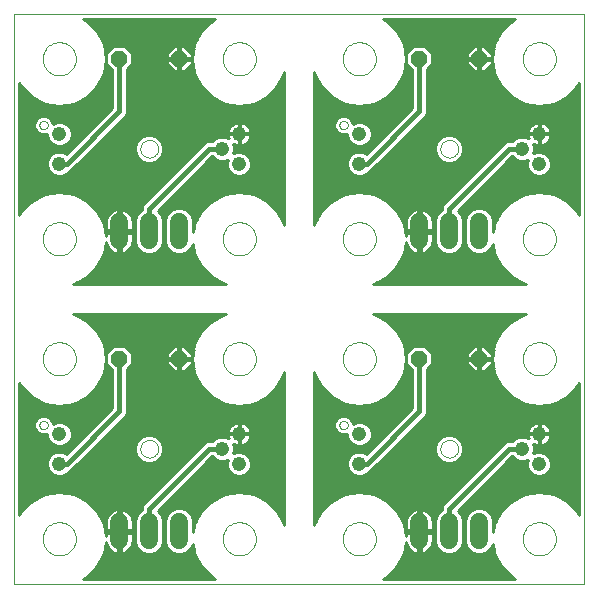
<source format=gbl>
G75*
G70*
%OFA0B0*%
%FSLAX24Y24*%
%IPPOS*%
%LPD*%
%AMOC8*
5,1,8,0,0,1.08239X$1,22.5*
%
%ADD10C,0.0000*%
%ADD11C,0.0476*%
%ADD12OC8,0.0520*%
%ADD13C,0.0594*%
%ADD14C,0.0100*%
%ADD15C,0.0160*%
D10*
X000151Y000151D02*
X000151Y019151D01*
X019151Y019151D01*
X019151Y000151D01*
X000151Y000151D01*
X001100Y001651D02*
X001102Y001698D01*
X001108Y001744D01*
X001118Y001790D01*
X001131Y001835D01*
X001149Y001878D01*
X001170Y001920D01*
X001194Y001960D01*
X001222Y001997D01*
X001253Y002032D01*
X001287Y002065D01*
X001323Y002094D01*
X001362Y002120D01*
X001403Y002143D01*
X001446Y002162D01*
X001490Y002178D01*
X001535Y002190D01*
X001581Y002198D01*
X001628Y002202D01*
X001674Y002202D01*
X001721Y002198D01*
X001767Y002190D01*
X001812Y002178D01*
X001856Y002162D01*
X001899Y002143D01*
X001940Y002120D01*
X001979Y002094D01*
X002015Y002065D01*
X002049Y002032D01*
X002080Y001997D01*
X002108Y001960D01*
X002132Y001920D01*
X002153Y001878D01*
X002171Y001835D01*
X002184Y001790D01*
X002194Y001744D01*
X002200Y001698D01*
X002202Y001651D01*
X002200Y001604D01*
X002194Y001558D01*
X002184Y001512D01*
X002171Y001467D01*
X002153Y001424D01*
X002132Y001382D01*
X002108Y001342D01*
X002080Y001305D01*
X002049Y001270D01*
X002015Y001237D01*
X001979Y001208D01*
X001940Y001182D01*
X001899Y001159D01*
X001856Y001140D01*
X001812Y001124D01*
X001767Y001112D01*
X001721Y001104D01*
X001674Y001100D01*
X001628Y001100D01*
X001581Y001104D01*
X001535Y001112D01*
X001490Y001124D01*
X001446Y001140D01*
X001403Y001159D01*
X001362Y001182D01*
X001323Y001208D01*
X001287Y001237D01*
X001253Y001270D01*
X001222Y001305D01*
X001194Y001342D01*
X001170Y001382D01*
X001149Y001424D01*
X001131Y001467D01*
X001118Y001512D01*
X001108Y001558D01*
X001102Y001604D01*
X001100Y001651D01*
X004356Y004651D02*
X004358Y004685D01*
X004364Y004719D01*
X004374Y004752D01*
X004387Y004783D01*
X004405Y004813D01*
X004425Y004841D01*
X004449Y004866D01*
X004475Y004888D01*
X004503Y004906D01*
X004534Y004922D01*
X004566Y004934D01*
X004600Y004942D01*
X004634Y004946D01*
X004668Y004946D01*
X004702Y004942D01*
X004736Y004934D01*
X004768Y004922D01*
X004798Y004906D01*
X004827Y004888D01*
X004853Y004866D01*
X004877Y004841D01*
X004897Y004813D01*
X004915Y004783D01*
X004928Y004752D01*
X004938Y004719D01*
X004944Y004685D01*
X004946Y004651D01*
X004944Y004617D01*
X004938Y004583D01*
X004928Y004550D01*
X004915Y004519D01*
X004897Y004489D01*
X004877Y004461D01*
X004853Y004436D01*
X004827Y004414D01*
X004799Y004396D01*
X004768Y004380D01*
X004736Y004368D01*
X004702Y004360D01*
X004668Y004356D01*
X004634Y004356D01*
X004600Y004360D01*
X004566Y004368D01*
X004534Y004380D01*
X004503Y004396D01*
X004475Y004414D01*
X004449Y004436D01*
X004425Y004461D01*
X004405Y004489D01*
X004387Y004519D01*
X004374Y004550D01*
X004364Y004583D01*
X004358Y004617D01*
X004356Y004651D01*
X001100Y007651D02*
X001102Y007698D01*
X001108Y007744D01*
X001118Y007790D01*
X001131Y007835D01*
X001149Y007878D01*
X001170Y007920D01*
X001194Y007960D01*
X001222Y007997D01*
X001253Y008032D01*
X001287Y008065D01*
X001323Y008094D01*
X001362Y008120D01*
X001403Y008143D01*
X001446Y008162D01*
X001490Y008178D01*
X001535Y008190D01*
X001581Y008198D01*
X001628Y008202D01*
X001674Y008202D01*
X001721Y008198D01*
X001767Y008190D01*
X001812Y008178D01*
X001856Y008162D01*
X001899Y008143D01*
X001940Y008120D01*
X001979Y008094D01*
X002015Y008065D01*
X002049Y008032D01*
X002080Y007997D01*
X002108Y007960D01*
X002132Y007920D01*
X002153Y007878D01*
X002171Y007835D01*
X002184Y007790D01*
X002194Y007744D01*
X002200Y007698D01*
X002202Y007651D01*
X002200Y007604D01*
X002194Y007558D01*
X002184Y007512D01*
X002171Y007467D01*
X002153Y007424D01*
X002132Y007382D01*
X002108Y007342D01*
X002080Y007305D01*
X002049Y007270D01*
X002015Y007237D01*
X001979Y007208D01*
X001940Y007182D01*
X001899Y007159D01*
X001856Y007140D01*
X001812Y007124D01*
X001767Y007112D01*
X001721Y007104D01*
X001674Y007100D01*
X001628Y007100D01*
X001581Y007104D01*
X001535Y007112D01*
X001490Y007124D01*
X001446Y007140D01*
X001403Y007159D01*
X001362Y007182D01*
X001323Y007208D01*
X001287Y007237D01*
X001253Y007270D01*
X001222Y007305D01*
X001194Y007342D01*
X001170Y007382D01*
X001149Y007424D01*
X001131Y007467D01*
X001118Y007512D01*
X001108Y007558D01*
X001102Y007604D01*
X001100Y007651D01*
X000990Y005439D02*
X000992Y005462D01*
X000998Y005485D01*
X001008Y005506D01*
X001021Y005526D01*
X001037Y005543D01*
X001056Y005557D01*
X001077Y005567D01*
X001099Y005574D01*
X001122Y005577D01*
X001146Y005576D01*
X001168Y005571D01*
X001190Y005562D01*
X001210Y005550D01*
X001228Y005534D01*
X001242Y005516D01*
X001254Y005496D01*
X001262Y005474D01*
X001266Y005451D01*
X001266Y005427D01*
X001262Y005404D01*
X001254Y005382D01*
X001242Y005362D01*
X001228Y005344D01*
X001210Y005328D01*
X001190Y005316D01*
X001168Y005307D01*
X001146Y005302D01*
X001122Y005301D01*
X001099Y005304D01*
X001077Y005311D01*
X001056Y005321D01*
X001037Y005335D01*
X001021Y005352D01*
X001008Y005372D01*
X000998Y005393D01*
X000992Y005416D01*
X000990Y005439D01*
X001100Y011651D02*
X001102Y011698D01*
X001108Y011744D01*
X001118Y011790D01*
X001131Y011835D01*
X001149Y011878D01*
X001170Y011920D01*
X001194Y011960D01*
X001222Y011997D01*
X001253Y012032D01*
X001287Y012065D01*
X001323Y012094D01*
X001362Y012120D01*
X001403Y012143D01*
X001446Y012162D01*
X001490Y012178D01*
X001535Y012190D01*
X001581Y012198D01*
X001628Y012202D01*
X001674Y012202D01*
X001721Y012198D01*
X001767Y012190D01*
X001812Y012178D01*
X001856Y012162D01*
X001899Y012143D01*
X001940Y012120D01*
X001979Y012094D01*
X002015Y012065D01*
X002049Y012032D01*
X002080Y011997D01*
X002108Y011960D01*
X002132Y011920D01*
X002153Y011878D01*
X002171Y011835D01*
X002184Y011790D01*
X002194Y011744D01*
X002200Y011698D01*
X002202Y011651D01*
X002200Y011604D01*
X002194Y011558D01*
X002184Y011512D01*
X002171Y011467D01*
X002153Y011424D01*
X002132Y011382D01*
X002108Y011342D01*
X002080Y011305D01*
X002049Y011270D01*
X002015Y011237D01*
X001979Y011208D01*
X001940Y011182D01*
X001899Y011159D01*
X001856Y011140D01*
X001812Y011124D01*
X001767Y011112D01*
X001721Y011104D01*
X001674Y011100D01*
X001628Y011100D01*
X001581Y011104D01*
X001535Y011112D01*
X001490Y011124D01*
X001446Y011140D01*
X001403Y011159D01*
X001362Y011182D01*
X001323Y011208D01*
X001287Y011237D01*
X001253Y011270D01*
X001222Y011305D01*
X001194Y011342D01*
X001170Y011382D01*
X001149Y011424D01*
X001131Y011467D01*
X001118Y011512D01*
X001108Y011558D01*
X001102Y011604D01*
X001100Y011651D01*
X000990Y015439D02*
X000992Y015462D01*
X000998Y015485D01*
X001008Y015506D01*
X001021Y015526D01*
X001037Y015543D01*
X001056Y015557D01*
X001077Y015567D01*
X001099Y015574D01*
X001122Y015577D01*
X001146Y015576D01*
X001168Y015571D01*
X001190Y015562D01*
X001210Y015550D01*
X001228Y015534D01*
X001242Y015516D01*
X001254Y015496D01*
X001262Y015474D01*
X001266Y015451D01*
X001266Y015427D01*
X001262Y015404D01*
X001254Y015382D01*
X001242Y015362D01*
X001228Y015344D01*
X001210Y015328D01*
X001190Y015316D01*
X001168Y015307D01*
X001146Y015302D01*
X001122Y015301D01*
X001099Y015304D01*
X001077Y015311D01*
X001056Y015321D01*
X001037Y015335D01*
X001021Y015352D01*
X001008Y015372D01*
X000998Y015393D01*
X000992Y015416D01*
X000990Y015439D01*
X001100Y017651D02*
X001102Y017698D01*
X001108Y017744D01*
X001118Y017790D01*
X001131Y017835D01*
X001149Y017878D01*
X001170Y017920D01*
X001194Y017960D01*
X001222Y017997D01*
X001253Y018032D01*
X001287Y018065D01*
X001323Y018094D01*
X001362Y018120D01*
X001403Y018143D01*
X001446Y018162D01*
X001490Y018178D01*
X001535Y018190D01*
X001581Y018198D01*
X001628Y018202D01*
X001674Y018202D01*
X001721Y018198D01*
X001767Y018190D01*
X001812Y018178D01*
X001856Y018162D01*
X001899Y018143D01*
X001940Y018120D01*
X001979Y018094D01*
X002015Y018065D01*
X002049Y018032D01*
X002080Y017997D01*
X002108Y017960D01*
X002132Y017920D01*
X002153Y017878D01*
X002171Y017835D01*
X002184Y017790D01*
X002194Y017744D01*
X002200Y017698D01*
X002202Y017651D01*
X002200Y017604D01*
X002194Y017558D01*
X002184Y017512D01*
X002171Y017467D01*
X002153Y017424D01*
X002132Y017382D01*
X002108Y017342D01*
X002080Y017305D01*
X002049Y017270D01*
X002015Y017237D01*
X001979Y017208D01*
X001940Y017182D01*
X001899Y017159D01*
X001856Y017140D01*
X001812Y017124D01*
X001767Y017112D01*
X001721Y017104D01*
X001674Y017100D01*
X001628Y017100D01*
X001581Y017104D01*
X001535Y017112D01*
X001490Y017124D01*
X001446Y017140D01*
X001403Y017159D01*
X001362Y017182D01*
X001323Y017208D01*
X001287Y017237D01*
X001253Y017270D01*
X001222Y017305D01*
X001194Y017342D01*
X001170Y017382D01*
X001149Y017424D01*
X001131Y017467D01*
X001118Y017512D01*
X001108Y017558D01*
X001102Y017604D01*
X001100Y017651D01*
X004356Y014651D02*
X004358Y014685D01*
X004364Y014719D01*
X004374Y014752D01*
X004387Y014783D01*
X004405Y014813D01*
X004425Y014841D01*
X004449Y014866D01*
X004475Y014888D01*
X004503Y014906D01*
X004534Y014922D01*
X004566Y014934D01*
X004600Y014942D01*
X004634Y014946D01*
X004668Y014946D01*
X004702Y014942D01*
X004736Y014934D01*
X004768Y014922D01*
X004798Y014906D01*
X004827Y014888D01*
X004853Y014866D01*
X004877Y014841D01*
X004897Y014813D01*
X004915Y014783D01*
X004928Y014752D01*
X004938Y014719D01*
X004944Y014685D01*
X004946Y014651D01*
X004944Y014617D01*
X004938Y014583D01*
X004928Y014550D01*
X004915Y014519D01*
X004897Y014489D01*
X004877Y014461D01*
X004853Y014436D01*
X004827Y014414D01*
X004799Y014396D01*
X004768Y014380D01*
X004736Y014368D01*
X004702Y014360D01*
X004668Y014356D01*
X004634Y014356D01*
X004600Y014360D01*
X004566Y014368D01*
X004534Y014380D01*
X004503Y014396D01*
X004475Y014414D01*
X004449Y014436D01*
X004425Y014461D01*
X004405Y014489D01*
X004387Y014519D01*
X004374Y014550D01*
X004364Y014583D01*
X004358Y014617D01*
X004356Y014651D01*
X007100Y011651D02*
X007102Y011698D01*
X007108Y011744D01*
X007118Y011790D01*
X007131Y011835D01*
X007149Y011878D01*
X007170Y011920D01*
X007194Y011960D01*
X007222Y011997D01*
X007253Y012032D01*
X007287Y012065D01*
X007323Y012094D01*
X007362Y012120D01*
X007403Y012143D01*
X007446Y012162D01*
X007490Y012178D01*
X007535Y012190D01*
X007581Y012198D01*
X007628Y012202D01*
X007674Y012202D01*
X007721Y012198D01*
X007767Y012190D01*
X007812Y012178D01*
X007856Y012162D01*
X007899Y012143D01*
X007940Y012120D01*
X007979Y012094D01*
X008015Y012065D01*
X008049Y012032D01*
X008080Y011997D01*
X008108Y011960D01*
X008132Y011920D01*
X008153Y011878D01*
X008171Y011835D01*
X008184Y011790D01*
X008194Y011744D01*
X008200Y011698D01*
X008202Y011651D01*
X008200Y011604D01*
X008194Y011558D01*
X008184Y011512D01*
X008171Y011467D01*
X008153Y011424D01*
X008132Y011382D01*
X008108Y011342D01*
X008080Y011305D01*
X008049Y011270D01*
X008015Y011237D01*
X007979Y011208D01*
X007940Y011182D01*
X007899Y011159D01*
X007856Y011140D01*
X007812Y011124D01*
X007767Y011112D01*
X007721Y011104D01*
X007674Y011100D01*
X007628Y011100D01*
X007581Y011104D01*
X007535Y011112D01*
X007490Y011124D01*
X007446Y011140D01*
X007403Y011159D01*
X007362Y011182D01*
X007323Y011208D01*
X007287Y011237D01*
X007253Y011270D01*
X007222Y011305D01*
X007194Y011342D01*
X007170Y011382D01*
X007149Y011424D01*
X007131Y011467D01*
X007118Y011512D01*
X007108Y011558D01*
X007102Y011604D01*
X007100Y011651D01*
X007100Y007651D02*
X007102Y007698D01*
X007108Y007744D01*
X007118Y007790D01*
X007131Y007835D01*
X007149Y007878D01*
X007170Y007920D01*
X007194Y007960D01*
X007222Y007997D01*
X007253Y008032D01*
X007287Y008065D01*
X007323Y008094D01*
X007362Y008120D01*
X007403Y008143D01*
X007446Y008162D01*
X007490Y008178D01*
X007535Y008190D01*
X007581Y008198D01*
X007628Y008202D01*
X007674Y008202D01*
X007721Y008198D01*
X007767Y008190D01*
X007812Y008178D01*
X007856Y008162D01*
X007899Y008143D01*
X007940Y008120D01*
X007979Y008094D01*
X008015Y008065D01*
X008049Y008032D01*
X008080Y007997D01*
X008108Y007960D01*
X008132Y007920D01*
X008153Y007878D01*
X008171Y007835D01*
X008184Y007790D01*
X008194Y007744D01*
X008200Y007698D01*
X008202Y007651D01*
X008200Y007604D01*
X008194Y007558D01*
X008184Y007512D01*
X008171Y007467D01*
X008153Y007424D01*
X008132Y007382D01*
X008108Y007342D01*
X008080Y007305D01*
X008049Y007270D01*
X008015Y007237D01*
X007979Y007208D01*
X007940Y007182D01*
X007899Y007159D01*
X007856Y007140D01*
X007812Y007124D01*
X007767Y007112D01*
X007721Y007104D01*
X007674Y007100D01*
X007628Y007100D01*
X007581Y007104D01*
X007535Y007112D01*
X007490Y007124D01*
X007446Y007140D01*
X007403Y007159D01*
X007362Y007182D01*
X007323Y007208D01*
X007287Y007237D01*
X007253Y007270D01*
X007222Y007305D01*
X007194Y007342D01*
X007170Y007382D01*
X007149Y007424D01*
X007131Y007467D01*
X007118Y007512D01*
X007108Y007558D01*
X007102Y007604D01*
X007100Y007651D01*
X010990Y005439D02*
X010992Y005462D01*
X010998Y005485D01*
X011008Y005506D01*
X011021Y005526D01*
X011037Y005543D01*
X011056Y005557D01*
X011077Y005567D01*
X011099Y005574D01*
X011122Y005577D01*
X011146Y005576D01*
X011168Y005571D01*
X011190Y005562D01*
X011210Y005550D01*
X011228Y005534D01*
X011242Y005516D01*
X011254Y005496D01*
X011262Y005474D01*
X011266Y005451D01*
X011266Y005427D01*
X011262Y005404D01*
X011254Y005382D01*
X011242Y005362D01*
X011228Y005344D01*
X011210Y005328D01*
X011190Y005316D01*
X011168Y005307D01*
X011146Y005302D01*
X011122Y005301D01*
X011099Y005304D01*
X011077Y005311D01*
X011056Y005321D01*
X011037Y005335D01*
X011021Y005352D01*
X011008Y005372D01*
X010998Y005393D01*
X010992Y005416D01*
X010990Y005439D01*
X011100Y007651D02*
X011102Y007698D01*
X011108Y007744D01*
X011118Y007790D01*
X011131Y007835D01*
X011149Y007878D01*
X011170Y007920D01*
X011194Y007960D01*
X011222Y007997D01*
X011253Y008032D01*
X011287Y008065D01*
X011323Y008094D01*
X011362Y008120D01*
X011403Y008143D01*
X011446Y008162D01*
X011490Y008178D01*
X011535Y008190D01*
X011581Y008198D01*
X011628Y008202D01*
X011674Y008202D01*
X011721Y008198D01*
X011767Y008190D01*
X011812Y008178D01*
X011856Y008162D01*
X011899Y008143D01*
X011940Y008120D01*
X011979Y008094D01*
X012015Y008065D01*
X012049Y008032D01*
X012080Y007997D01*
X012108Y007960D01*
X012132Y007920D01*
X012153Y007878D01*
X012171Y007835D01*
X012184Y007790D01*
X012194Y007744D01*
X012200Y007698D01*
X012202Y007651D01*
X012200Y007604D01*
X012194Y007558D01*
X012184Y007512D01*
X012171Y007467D01*
X012153Y007424D01*
X012132Y007382D01*
X012108Y007342D01*
X012080Y007305D01*
X012049Y007270D01*
X012015Y007237D01*
X011979Y007208D01*
X011940Y007182D01*
X011899Y007159D01*
X011856Y007140D01*
X011812Y007124D01*
X011767Y007112D01*
X011721Y007104D01*
X011674Y007100D01*
X011628Y007100D01*
X011581Y007104D01*
X011535Y007112D01*
X011490Y007124D01*
X011446Y007140D01*
X011403Y007159D01*
X011362Y007182D01*
X011323Y007208D01*
X011287Y007237D01*
X011253Y007270D01*
X011222Y007305D01*
X011194Y007342D01*
X011170Y007382D01*
X011149Y007424D01*
X011131Y007467D01*
X011118Y007512D01*
X011108Y007558D01*
X011102Y007604D01*
X011100Y007651D01*
X014356Y004651D02*
X014358Y004685D01*
X014364Y004719D01*
X014374Y004752D01*
X014387Y004783D01*
X014405Y004813D01*
X014425Y004841D01*
X014449Y004866D01*
X014475Y004888D01*
X014503Y004906D01*
X014534Y004922D01*
X014566Y004934D01*
X014600Y004942D01*
X014634Y004946D01*
X014668Y004946D01*
X014702Y004942D01*
X014736Y004934D01*
X014768Y004922D01*
X014798Y004906D01*
X014827Y004888D01*
X014853Y004866D01*
X014877Y004841D01*
X014897Y004813D01*
X014915Y004783D01*
X014928Y004752D01*
X014938Y004719D01*
X014944Y004685D01*
X014946Y004651D01*
X014944Y004617D01*
X014938Y004583D01*
X014928Y004550D01*
X014915Y004519D01*
X014897Y004489D01*
X014877Y004461D01*
X014853Y004436D01*
X014827Y004414D01*
X014799Y004396D01*
X014768Y004380D01*
X014736Y004368D01*
X014702Y004360D01*
X014668Y004356D01*
X014634Y004356D01*
X014600Y004360D01*
X014566Y004368D01*
X014534Y004380D01*
X014503Y004396D01*
X014475Y004414D01*
X014449Y004436D01*
X014425Y004461D01*
X014405Y004489D01*
X014387Y004519D01*
X014374Y004550D01*
X014364Y004583D01*
X014358Y004617D01*
X014356Y004651D01*
X011100Y001651D02*
X011102Y001698D01*
X011108Y001744D01*
X011118Y001790D01*
X011131Y001835D01*
X011149Y001878D01*
X011170Y001920D01*
X011194Y001960D01*
X011222Y001997D01*
X011253Y002032D01*
X011287Y002065D01*
X011323Y002094D01*
X011362Y002120D01*
X011403Y002143D01*
X011446Y002162D01*
X011490Y002178D01*
X011535Y002190D01*
X011581Y002198D01*
X011628Y002202D01*
X011674Y002202D01*
X011721Y002198D01*
X011767Y002190D01*
X011812Y002178D01*
X011856Y002162D01*
X011899Y002143D01*
X011940Y002120D01*
X011979Y002094D01*
X012015Y002065D01*
X012049Y002032D01*
X012080Y001997D01*
X012108Y001960D01*
X012132Y001920D01*
X012153Y001878D01*
X012171Y001835D01*
X012184Y001790D01*
X012194Y001744D01*
X012200Y001698D01*
X012202Y001651D01*
X012200Y001604D01*
X012194Y001558D01*
X012184Y001512D01*
X012171Y001467D01*
X012153Y001424D01*
X012132Y001382D01*
X012108Y001342D01*
X012080Y001305D01*
X012049Y001270D01*
X012015Y001237D01*
X011979Y001208D01*
X011940Y001182D01*
X011899Y001159D01*
X011856Y001140D01*
X011812Y001124D01*
X011767Y001112D01*
X011721Y001104D01*
X011674Y001100D01*
X011628Y001100D01*
X011581Y001104D01*
X011535Y001112D01*
X011490Y001124D01*
X011446Y001140D01*
X011403Y001159D01*
X011362Y001182D01*
X011323Y001208D01*
X011287Y001237D01*
X011253Y001270D01*
X011222Y001305D01*
X011194Y001342D01*
X011170Y001382D01*
X011149Y001424D01*
X011131Y001467D01*
X011118Y001512D01*
X011108Y001558D01*
X011102Y001604D01*
X011100Y001651D01*
X007100Y001651D02*
X007102Y001698D01*
X007108Y001744D01*
X007118Y001790D01*
X007131Y001835D01*
X007149Y001878D01*
X007170Y001920D01*
X007194Y001960D01*
X007222Y001997D01*
X007253Y002032D01*
X007287Y002065D01*
X007323Y002094D01*
X007362Y002120D01*
X007403Y002143D01*
X007446Y002162D01*
X007490Y002178D01*
X007535Y002190D01*
X007581Y002198D01*
X007628Y002202D01*
X007674Y002202D01*
X007721Y002198D01*
X007767Y002190D01*
X007812Y002178D01*
X007856Y002162D01*
X007899Y002143D01*
X007940Y002120D01*
X007979Y002094D01*
X008015Y002065D01*
X008049Y002032D01*
X008080Y001997D01*
X008108Y001960D01*
X008132Y001920D01*
X008153Y001878D01*
X008171Y001835D01*
X008184Y001790D01*
X008194Y001744D01*
X008200Y001698D01*
X008202Y001651D01*
X008200Y001604D01*
X008194Y001558D01*
X008184Y001512D01*
X008171Y001467D01*
X008153Y001424D01*
X008132Y001382D01*
X008108Y001342D01*
X008080Y001305D01*
X008049Y001270D01*
X008015Y001237D01*
X007979Y001208D01*
X007940Y001182D01*
X007899Y001159D01*
X007856Y001140D01*
X007812Y001124D01*
X007767Y001112D01*
X007721Y001104D01*
X007674Y001100D01*
X007628Y001100D01*
X007581Y001104D01*
X007535Y001112D01*
X007490Y001124D01*
X007446Y001140D01*
X007403Y001159D01*
X007362Y001182D01*
X007323Y001208D01*
X007287Y001237D01*
X007253Y001270D01*
X007222Y001305D01*
X007194Y001342D01*
X007170Y001382D01*
X007149Y001424D01*
X007131Y001467D01*
X007118Y001512D01*
X007108Y001558D01*
X007102Y001604D01*
X007100Y001651D01*
X011100Y011651D02*
X011102Y011698D01*
X011108Y011744D01*
X011118Y011790D01*
X011131Y011835D01*
X011149Y011878D01*
X011170Y011920D01*
X011194Y011960D01*
X011222Y011997D01*
X011253Y012032D01*
X011287Y012065D01*
X011323Y012094D01*
X011362Y012120D01*
X011403Y012143D01*
X011446Y012162D01*
X011490Y012178D01*
X011535Y012190D01*
X011581Y012198D01*
X011628Y012202D01*
X011674Y012202D01*
X011721Y012198D01*
X011767Y012190D01*
X011812Y012178D01*
X011856Y012162D01*
X011899Y012143D01*
X011940Y012120D01*
X011979Y012094D01*
X012015Y012065D01*
X012049Y012032D01*
X012080Y011997D01*
X012108Y011960D01*
X012132Y011920D01*
X012153Y011878D01*
X012171Y011835D01*
X012184Y011790D01*
X012194Y011744D01*
X012200Y011698D01*
X012202Y011651D01*
X012200Y011604D01*
X012194Y011558D01*
X012184Y011512D01*
X012171Y011467D01*
X012153Y011424D01*
X012132Y011382D01*
X012108Y011342D01*
X012080Y011305D01*
X012049Y011270D01*
X012015Y011237D01*
X011979Y011208D01*
X011940Y011182D01*
X011899Y011159D01*
X011856Y011140D01*
X011812Y011124D01*
X011767Y011112D01*
X011721Y011104D01*
X011674Y011100D01*
X011628Y011100D01*
X011581Y011104D01*
X011535Y011112D01*
X011490Y011124D01*
X011446Y011140D01*
X011403Y011159D01*
X011362Y011182D01*
X011323Y011208D01*
X011287Y011237D01*
X011253Y011270D01*
X011222Y011305D01*
X011194Y011342D01*
X011170Y011382D01*
X011149Y011424D01*
X011131Y011467D01*
X011118Y011512D01*
X011108Y011558D01*
X011102Y011604D01*
X011100Y011651D01*
X014356Y014651D02*
X014358Y014685D01*
X014364Y014719D01*
X014374Y014752D01*
X014387Y014783D01*
X014405Y014813D01*
X014425Y014841D01*
X014449Y014866D01*
X014475Y014888D01*
X014503Y014906D01*
X014534Y014922D01*
X014566Y014934D01*
X014600Y014942D01*
X014634Y014946D01*
X014668Y014946D01*
X014702Y014942D01*
X014736Y014934D01*
X014768Y014922D01*
X014798Y014906D01*
X014827Y014888D01*
X014853Y014866D01*
X014877Y014841D01*
X014897Y014813D01*
X014915Y014783D01*
X014928Y014752D01*
X014938Y014719D01*
X014944Y014685D01*
X014946Y014651D01*
X014944Y014617D01*
X014938Y014583D01*
X014928Y014550D01*
X014915Y014519D01*
X014897Y014489D01*
X014877Y014461D01*
X014853Y014436D01*
X014827Y014414D01*
X014799Y014396D01*
X014768Y014380D01*
X014736Y014368D01*
X014702Y014360D01*
X014668Y014356D01*
X014634Y014356D01*
X014600Y014360D01*
X014566Y014368D01*
X014534Y014380D01*
X014503Y014396D01*
X014475Y014414D01*
X014449Y014436D01*
X014425Y014461D01*
X014405Y014489D01*
X014387Y014519D01*
X014374Y014550D01*
X014364Y014583D01*
X014358Y014617D01*
X014356Y014651D01*
X011100Y017651D02*
X011102Y017698D01*
X011108Y017744D01*
X011118Y017790D01*
X011131Y017835D01*
X011149Y017878D01*
X011170Y017920D01*
X011194Y017960D01*
X011222Y017997D01*
X011253Y018032D01*
X011287Y018065D01*
X011323Y018094D01*
X011362Y018120D01*
X011403Y018143D01*
X011446Y018162D01*
X011490Y018178D01*
X011535Y018190D01*
X011581Y018198D01*
X011628Y018202D01*
X011674Y018202D01*
X011721Y018198D01*
X011767Y018190D01*
X011812Y018178D01*
X011856Y018162D01*
X011899Y018143D01*
X011940Y018120D01*
X011979Y018094D01*
X012015Y018065D01*
X012049Y018032D01*
X012080Y017997D01*
X012108Y017960D01*
X012132Y017920D01*
X012153Y017878D01*
X012171Y017835D01*
X012184Y017790D01*
X012194Y017744D01*
X012200Y017698D01*
X012202Y017651D01*
X012200Y017604D01*
X012194Y017558D01*
X012184Y017512D01*
X012171Y017467D01*
X012153Y017424D01*
X012132Y017382D01*
X012108Y017342D01*
X012080Y017305D01*
X012049Y017270D01*
X012015Y017237D01*
X011979Y017208D01*
X011940Y017182D01*
X011899Y017159D01*
X011856Y017140D01*
X011812Y017124D01*
X011767Y017112D01*
X011721Y017104D01*
X011674Y017100D01*
X011628Y017100D01*
X011581Y017104D01*
X011535Y017112D01*
X011490Y017124D01*
X011446Y017140D01*
X011403Y017159D01*
X011362Y017182D01*
X011323Y017208D01*
X011287Y017237D01*
X011253Y017270D01*
X011222Y017305D01*
X011194Y017342D01*
X011170Y017382D01*
X011149Y017424D01*
X011131Y017467D01*
X011118Y017512D01*
X011108Y017558D01*
X011102Y017604D01*
X011100Y017651D01*
X010990Y015439D02*
X010992Y015462D01*
X010998Y015485D01*
X011008Y015506D01*
X011021Y015526D01*
X011037Y015543D01*
X011056Y015557D01*
X011077Y015567D01*
X011099Y015574D01*
X011122Y015577D01*
X011146Y015576D01*
X011168Y015571D01*
X011190Y015562D01*
X011210Y015550D01*
X011228Y015534D01*
X011242Y015516D01*
X011254Y015496D01*
X011262Y015474D01*
X011266Y015451D01*
X011266Y015427D01*
X011262Y015404D01*
X011254Y015382D01*
X011242Y015362D01*
X011228Y015344D01*
X011210Y015328D01*
X011190Y015316D01*
X011168Y015307D01*
X011146Y015302D01*
X011122Y015301D01*
X011099Y015304D01*
X011077Y015311D01*
X011056Y015321D01*
X011037Y015335D01*
X011021Y015352D01*
X011008Y015372D01*
X010998Y015393D01*
X010992Y015416D01*
X010990Y015439D01*
X007100Y017651D02*
X007102Y017698D01*
X007108Y017744D01*
X007118Y017790D01*
X007131Y017835D01*
X007149Y017878D01*
X007170Y017920D01*
X007194Y017960D01*
X007222Y017997D01*
X007253Y018032D01*
X007287Y018065D01*
X007323Y018094D01*
X007362Y018120D01*
X007403Y018143D01*
X007446Y018162D01*
X007490Y018178D01*
X007535Y018190D01*
X007581Y018198D01*
X007628Y018202D01*
X007674Y018202D01*
X007721Y018198D01*
X007767Y018190D01*
X007812Y018178D01*
X007856Y018162D01*
X007899Y018143D01*
X007940Y018120D01*
X007979Y018094D01*
X008015Y018065D01*
X008049Y018032D01*
X008080Y017997D01*
X008108Y017960D01*
X008132Y017920D01*
X008153Y017878D01*
X008171Y017835D01*
X008184Y017790D01*
X008194Y017744D01*
X008200Y017698D01*
X008202Y017651D01*
X008200Y017604D01*
X008194Y017558D01*
X008184Y017512D01*
X008171Y017467D01*
X008153Y017424D01*
X008132Y017382D01*
X008108Y017342D01*
X008080Y017305D01*
X008049Y017270D01*
X008015Y017237D01*
X007979Y017208D01*
X007940Y017182D01*
X007899Y017159D01*
X007856Y017140D01*
X007812Y017124D01*
X007767Y017112D01*
X007721Y017104D01*
X007674Y017100D01*
X007628Y017100D01*
X007581Y017104D01*
X007535Y017112D01*
X007490Y017124D01*
X007446Y017140D01*
X007403Y017159D01*
X007362Y017182D01*
X007323Y017208D01*
X007287Y017237D01*
X007253Y017270D01*
X007222Y017305D01*
X007194Y017342D01*
X007170Y017382D01*
X007149Y017424D01*
X007131Y017467D01*
X007118Y017512D01*
X007108Y017558D01*
X007102Y017604D01*
X007100Y017651D01*
X017100Y017651D02*
X017102Y017698D01*
X017108Y017744D01*
X017118Y017790D01*
X017131Y017835D01*
X017149Y017878D01*
X017170Y017920D01*
X017194Y017960D01*
X017222Y017997D01*
X017253Y018032D01*
X017287Y018065D01*
X017323Y018094D01*
X017362Y018120D01*
X017403Y018143D01*
X017446Y018162D01*
X017490Y018178D01*
X017535Y018190D01*
X017581Y018198D01*
X017628Y018202D01*
X017674Y018202D01*
X017721Y018198D01*
X017767Y018190D01*
X017812Y018178D01*
X017856Y018162D01*
X017899Y018143D01*
X017940Y018120D01*
X017979Y018094D01*
X018015Y018065D01*
X018049Y018032D01*
X018080Y017997D01*
X018108Y017960D01*
X018132Y017920D01*
X018153Y017878D01*
X018171Y017835D01*
X018184Y017790D01*
X018194Y017744D01*
X018200Y017698D01*
X018202Y017651D01*
X018200Y017604D01*
X018194Y017558D01*
X018184Y017512D01*
X018171Y017467D01*
X018153Y017424D01*
X018132Y017382D01*
X018108Y017342D01*
X018080Y017305D01*
X018049Y017270D01*
X018015Y017237D01*
X017979Y017208D01*
X017940Y017182D01*
X017899Y017159D01*
X017856Y017140D01*
X017812Y017124D01*
X017767Y017112D01*
X017721Y017104D01*
X017674Y017100D01*
X017628Y017100D01*
X017581Y017104D01*
X017535Y017112D01*
X017490Y017124D01*
X017446Y017140D01*
X017403Y017159D01*
X017362Y017182D01*
X017323Y017208D01*
X017287Y017237D01*
X017253Y017270D01*
X017222Y017305D01*
X017194Y017342D01*
X017170Y017382D01*
X017149Y017424D01*
X017131Y017467D01*
X017118Y017512D01*
X017108Y017558D01*
X017102Y017604D01*
X017100Y017651D01*
X017100Y011651D02*
X017102Y011698D01*
X017108Y011744D01*
X017118Y011790D01*
X017131Y011835D01*
X017149Y011878D01*
X017170Y011920D01*
X017194Y011960D01*
X017222Y011997D01*
X017253Y012032D01*
X017287Y012065D01*
X017323Y012094D01*
X017362Y012120D01*
X017403Y012143D01*
X017446Y012162D01*
X017490Y012178D01*
X017535Y012190D01*
X017581Y012198D01*
X017628Y012202D01*
X017674Y012202D01*
X017721Y012198D01*
X017767Y012190D01*
X017812Y012178D01*
X017856Y012162D01*
X017899Y012143D01*
X017940Y012120D01*
X017979Y012094D01*
X018015Y012065D01*
X018049Y012032D01*
X018080Y011997D01*
X018108Y011960D01*
X018132Y011920D01*
X018153Y011878D01*
X018171Y011835D01*
X018184Y011790D01*
X018194Y011744D01*
X018200Y011698D01*
X018202Y011651D01*
X018200Y011604D01*
X018194Y011558D01*
X018184Y011512D01*
X018171Y011467D01*
X018153Y011424D01*
X018132Y011382D01*
X018108Y011342D01*
X018080Y011305D01*
X018049Y011270D01*
X018015Y011237D01*
X017979Y011208D01*
X017940Y011182D01*
X017899Y011159D01*
X017856Y011140D01*
X017812Y011124D01*
X017767Y011112D01*
X017721Y011104D01*
X017674Y011100D01*
X017628Y011100D01*
X017581Y011104D01*
X017535Y011112D01*
X017490Y011124D01*
X017446Y011140D01*
X017403Y011159D01*
X017362Y011182D01*
X017323Y011208D01*
X017287Y011237D01*
X017253Y011270D01*
X017222Y011305D01*
X017194Y011342D01*
X017170Y011382D01*
X017149Y011424D01*
X017131Y011467D01*
X017118Y011512D01*
X017108Y011558D01*
X017102Y011604D01*
X017100Y011651D01*
X017100Y007651D02*
X017102Y007698D01*
X017108Y007744D01*
X017118Y007790D01*
X017131Y007835D01*
X017149Y007878D01*
X017170Y007920D01*
X017194Y007960D01*
X017222Y007997D01*
X017253Y008032D01*
X017287Y008065D01*
X017323Y008094D01*
X017362Y008120D01*
X017403Y008143D01*
X017446Y008162D01*
X017490Y008178D01*
X017535Y008190D01*
X017581Y008198D01*
X017628Y008202D01*
X017674Y008202D01*
X017721Y008198D01*
X017767Y008190D01*
X017812Y008178D01*
X017856Y008162D01*
X017899Y008143D01*
X017940Y008120D01*
X017979Y008094D01*
X018015Y008065D01*
X018049Y008032D01*
X018080Y007997D01*
X018108Y007960D01*
X018132Y007920D01*
X018153Y007878D01*
X018171Y007835D01*
X018184Y007790D01*
X018194Y007744D01*
X018200Y007698D01*
X018202Y007651D01*
X018200Y007604D01*
X018194Y007558D01*
X018184Y007512D01*
X018171Y007467D01*
X018153Y007424D01*
X018132Y007382D01*
X018108Y007342D01*
X018080Y007305D01*
X018049Y007270D01*
X018015Y007237D01*
X017979Y007208D01*
X017940Y007182D01*
X017899Y007159D01*
X017856Y007140D01*
X017812Y007124D01*
X017767Y007112D01*
X017721Y007104D01*
X017674Y007100D01*
X017628Y007100D01*
X017581Y007104D01*
X017535Y007112D01*
X017490Y007124D01*
X017446Y007140D01*
X017403Y007159D01*
X017362Y007182D01*
X017323Y007208D01*
X017287Y007237D01*
X017253Y007270D01*
X017222Y007305D01*
X017194Y007342D01*
X017170Y007382D01*
X017149Y007424D01*
X017131Y007467D01*
X017118Y007512D01*
X017108Y007558D01*
X017102Y007604D01*
X017100Y007651D01*
X017100Y001651D02*
X017102Y001698D01*
X017108Y001744D01*
X017118Y001790D01*
X017131Y001835D01*
X017149Y001878D01*
X017170Y001920D01*
X017194Y001960D01*
X017222Y001997D01*
X017253Y002032D01*
X017287Y002065D01*
X017323Y002094D01*
X017362Y002120D01*
X017403Y002143D01*
X017446Y002162D01*
X017490Y002178D01*
X017535Y002190D01*
X017581Y002198D01*
X017628Y002202D01*
X017674Y002202D01*
X017721Y002198D01*
X017767Y002190D01*
X017812Y002178D01*
X017856Y002162D01*
X017899Y002143D01*
X017940Y002120D01*
X017979Y002094D01*
X018015Y002065D01*
X018049Y002032D01*
X018080Y001997D01*
X018108Y001960D01*
X018132Y001920D01*
X018153Y001878D01*
X018171Y001835D01*
X018184Y001790D01*
X018194Y001744D01*
X018200Y001698D01*
X018202Y001651D01*
X018200Y001604D01*
X018194Y001558D01*
X018184Y001512D01*
X018171Y001467D01*
X018153Y001424D01*
X018132Y001382D01*
X018108Y001342D01*
X018080Y001305D01*
X018049Y001270D01*
X018015Y001237D01*
X017979Y001208D01*
X017940Y001182D01*
X017899Y001159D01*
X017856Y001140D01*
X017812Y001124D01*
X017767Y001112D01*
X017721Y001104D01*
X017674Y001100D01*
X017628Y001100D01*
X017581Y001104D01*
X017535Y001112D01*
X017490Y001124D01*
X017446Y001140D01*
X017403Y001159D01*
X017362Y001182D01*
X017323Y001208D01*
X017287Y001237D01*
X017253Y001270D01*
X017222Y001305D01*
X017194Y001342D01*
X017170Y001382D01*
X017149Y001424D01*
X017131Y001467D01*
X017118Y001512D01*
X017108Y001558D01*
X017102Y001604D01*
X017100Y001651D01*
D11*
X017643Y004139D03*
X017072Y004651D03*
X017651Y005151D03*
X011659Y005139D03*
X011651Y004151D03*
X007643Y004139D03*
X007072Y004651D03*
X007651Y005151D03*
X001659Y005139D03*
X001651Y004151D03*
X001651Y014151D03*
X001659Y015139D03*
X007072Y014651D03*
X007651Y015151D03*
X007643Y014139D03*
X011651Y014151D03*
X011659Y015139D03*
X017072Y014651D03*
X017651Y015151D03*
X017643Y014139D03*
D12*
X015651Y017651D03*
X013651Y017651D03*
X005651Y017651D03*
X003651Y017651D03*
X003651Y007651D03*
X005651Y007651D03*
X013651Y007651D03*
X015651Y007651D03*
D13*
X015651Y011604D02*
X015651Y012198D01*
X014651Y012198D02*
X014651Y011604D01*
X013651Y011604D02*
X013651Y012198D01*
X005651Y012198D02*
X005651Y011604D01*
X004651Y011604D02*
X004651Y012198D01*
X003651Y012198D02*
X003651Y011604D01*
X003651Y002198D02*
X003651Y001604D01*
X004651Y001604D02*
X004651Y002198D01*
X005651Y002198D02*
X005651Y001604D01*
X013651Y001604D02*
X013651Y002198D01*
X014651Y002198D02*
X014651Y001604D01*
X015651Y001604D02*
X015651Y002198D01*
D14*
X015309Y002516D02*
X014993Y002516D01*
X015047Y002462D02*
X014931Y002578D01*
X016750Y004397D01*
X016841Y004305D01*
X016991Y004243D01*
X017154Y004243D01*
X017264Y004289D01*
X017236Y004220D01*
X017236Y004058D01*
X017298Y003908D01*
X017412Y003794D01*
X017562Y003732D01*
X017724Y003732D01*
X017874Y003794D01*
X017989Y003908D01*
X018051Y004058D01*
X018051Y004220D01*
X017989Y004370D01*
X017874Y004485D01*
X017724Y004547D01*
X017562Y004547D01*
X017452Y004501D01*
X017480Y004570D01*
X017480Y004732D01*
X017442Y004825D01*
X017467Y004808D01*
X017538Y004778D01*
X017613Y004763D01*
X017632Y004763D01*
X017632Y005132D01*
X017263Y005132D01*
X017263Y005113D01*
X017278Y005038D01*
X017294Y005001D01*
X017154Y005059D01*
X016991Y005059D01*
X016841Y004997D01*
X016746Y004901D01*
X016701Y004901D01*
X016601Y004901D01*
X016510Y004863D01*
X014510Y002863D01*
X014439Y002793D01*
X014401Y002701D01*
X014401Y002600D01*
X014387Y002594D01*
X014255Y002462D01*
X014184Y002291D01*
X014184Y001511D01*
X014255Y001340D01*
X014387Y001209D01*
X014558Y001137D01*
X014744Y001137D01*
X014916Y001209D01*
X015047Y001340D01*
X015118Y001511D01*
X015118Y002291D01*
X015047Y002462D01*
X015066Y002418D02*
X015237Y002418D01*
X015255Y002462D02*
X015184Y002291D01*
X015184Y001511D01*
X015255Y001340D01*
X015387Y001209D01*
X015558Y001137D01*
X015744Y001137D01*
X015916Y001209D01*
X016047Y001340D01*
X016107Y001486D01*
X016158Y001166D01*
X016381Y000728D01*
X016728Y000381D01*
X016728Y000381D01*
X016846Y000321D01*
X012456Y000321D01*
X012574Y000381D01*
X012921Y000728D01*
X013144Y001166D01*
X013206Y001557D01*
X013215Y001500D01*
X013237Y001433D01*
X013269Y001370D01*
X013310Y001313D01*
X013360Y001263D01*
X013417Y001222D01*
X013480Y001190D01*
X013546Y001168D01*
X013603Y001160D01*
X013603Y001852D01*
X013700Y001852D01*
X013700Y001160D01*
X013756Y001168D01*
X013823Y001190D01*
X013885Y001222D01*
X013942Y001263D01*
X013992Y001313D01*
X014033Y001370D01*
X014065Y001433D01*
X014087Y001500D01*
X014098Y001569D01*
X014098Y001853D01*
X013700Y001853D01*
X013700Y001950D01*
X013603Y001950D01*
X013603Y002643D01*
X013546Y002634D01*
X013480Y002612D01*
X013417Y002580D01*
X013360Y002539D01*
X013310Y002489D01*
X013269Y002432D01*
X013237Y002370D01*
X013215Y002303D01*
X013204Y002233D01*
X013204Y001950D01*
X013602Y001950D01*
X013602Y001853D01*
X013204Y001853D01*
X013204Y001757D01*
X013144Y002136D01*
X013144Y002136D01*
X012921Y002574D01*
X012574Y002921D01*
X012136Y003144D01*
X011651Y003221D01*
X011166Y003144D01*
X010728Y002921D01*
X010381Y002574D01*
X010381Y002574D01*
X010158Y002136D01*
X010151Y002093D01*
X010151Y007209D01*
X010158Y007166D01*
X010381Y006728D01*
X010728Y006381D01*
X010728Y006381D01*
X011166Y006158D01*
X011651Y006081D01*
X011651Y006081D01*
X012136Y006158D01*
X012136Y006158D01*
X012574Y006381D01*
X012574Y006381D01*
X012574Y006381D01*
X012921Y006728D01*
X013144Y007166D01*
X013221Y007651D01*
X013144Y008136D01*
X013144Y008136D01*
X012921Y008574D01*
X012574Y008921D01*
X012136Y009144D01*
X012093Y009151D01*
X017209Y009151D01*
X017166Y009144D01*
X016728Y008921D01*
X016381Y008574D01*
X016158Y008136D01*
X016081Y007651D01*
X016158Y007166D01*
X016381Y006728D01*
X016728Y006381D01*
X016728Y006381D01*
X017166Y006158D01*
X017651Y006081D01*
X017651Y006081D01*
X018136Y006158D01*
X018136Y006158D01*
X018574Y006381D01*
X018921Y006728D01*
X018981Y006846D01*
X018981Y002456D01*
X018921Y002574D01*
X018574Y002921D01*
X018136Y003144D01*
X017651Y003221D01*
X017166Y003144D01*
X016728Y002921D01*
X016381Y002574D01*
X016381Y002574D01*
X016158Y002136D01*
X016118Y001883D01*
X016118Y002291D01*
X016047Y002462D01*
X015916Y002594D01*
X015744Y002665D01*
X015558Y002665D01*
X015387Y002594D01*
X015255Y002462D01*
X015196Y002319D02*
X015106Y002319D01*
X015118Y002221D02*
X015184Y002221D01*
X015184Y002122D02*
X015118Y002122D01*
X015118Y002024D02*
X015184Y002024D01*
X015184Y001925D02*
X015118Y001925D01*
X015118Y001826D02*
X015184Y001826D01*
X015184Y001728D02*
X015118Y001728D01*
X015118Y001629D02*
X015184Y001629D01*
X015184Y001531D02*
X015118Y001531D01*
X015085Y001432D02*
X015217Y001432D01*
X015262Y001334D02*
X015041Y001334D01*
X014942Y001235D02*
X015360Y001235D01*
X015942Y001235D02*
X016147Y001235D01*
X016158Y001166D02*
X016158Y001166D01*
X016173Y001137D02*
X013129Y001137D01*
X013144Y001166D02*
X013144Y001166D01*
X013155Y001235D02*
X013399Y001235D01*
X013295Y001334D02*
X013171Y001334D01*
X013186Y001432D02*
X013237Y001432D01*
X013210Y001531D02*
X013202Y001531D01*
X013193Y001826D02*
X013204Y001826D01*
X013178Y001925D02*
X013602Y001925D01*
X013700Y001925D02*
X014184Y001925D01*
X014098Y001950D02*
X014098Y002233D01*
X014087Y002303D01*
X014065Y002370D01*
X014033Y002432D01*
X013992Y002489D01*
X013942Y002539D01*
X013885Y002580D01*
X013823Y002612D01*
X013756Y002634D01*
X013700Y002643D01*
X013700Y001950D01*
X014098Y001950D01*
X014098Y002024D02*
X014184Y002024D01*
X014184Y002122D02*
X014098Y002122D01*
X014098Y002221D02*
X014184Y002221D01*
X014196Y002319D02*
X014082Y002319D01*
X014041Y002418D02*
X014237Y002418D01*
X014309Y002516D02*
X013965Y002516D01*
X013815Y002615D02*
X014401Y002615D01*
X014406Y002713D02*
X012782Y002713D01*
X012881Y002615D02*
X013488Y002615D01*
X013603Y002615D02*
X013700Y002615D01*
X013700Y002516D02*
X013603Y002516D01*
X013603Y002418D02*
X013700Y002418D01*
X013700Y002319D02*
X013603Y002319D01*
X013603Y002221D02*
X013700Y002221D01*
X013700Y002122D02*
X013603Y002122D01*
X013603Y002024D02*
X013700Y002024D01*
X013700Y001826D02*
X013603Y001826D01*
X013603Y001728D02*
X013700Y001728D01*
X013700Y001629D02*
X013603Y001629D01*
X013603Y001531D02*
X013700Y001531D01*
X013700Y001432D02*
X013603Y001432D01*
X013603Y001334D02*
X013700Y001334D01*
X013700Y001235D02*
X013603Y001235D01*
X013903Y001235D02*
X014360Y001235D01*
X014262Y001334D02*
X014007Y001334D01*
X014065Y001432D02*
X014217Y001432D01*
X014184Y001531D02*
X014092Y001531D01*
X014098Y001629D02*
X014184Y001629D01*
X014184Y001728D02*
X014098Y001728D01*
X014098Y001826D02*
X014184Y001826D01*
X013337Y002516D02*
X012951Y002516D01*
X012921Y002574D02*
X012921Y002574D01*
X013001Y002418D02*
X013262Y002418D01*
X013221Y002319D02*
X013051Y002319D01*
X013101Y002221D02*
X013204Y002221D01*
X013204Y002122D02*
X013147Y002122D01*
X013162Y002024D02*
X013204Y002024D01*
X012683Y002812D02*
X014458Y002812D01*
X014557Y002910D02*
X012585Y002910D01*
X012574Y002921D02*
X012574Y002921D01*
X012402Y003009D02*
X014655Y003009D01*
X014754Y003107D02*
X012209Y003107D01*
X012136Y003144D02*
X012136Y003144D01*
X011747Y003206D02*
X014853Y003206D01*
X014951Y003305D02*
X010151Y003305D01*
X010151Y003403D02*
X015050Y003403D01*
X015148Y003502D02*
X010151Y003502D01*
X010151Y003600D02*
X015247Y003600D01*
X015345Y003699D02*
X010151Y003699D01*
X010151Y003797D02*
X011440Y003797D01*
X011420Y003805D02*
X011570Y003743D01*
X011732Y003743D01*
X011882Y003805D01*
X011997Y003920D01*
X011997Y003920D01*
X012043Y003939D01*
X013793Y005689D01*
X013863Y005760D01*
X013901Y005851D01*
X013901Y007293D01*
X014081Y007473D01*
X014081Y007829D01*
X013829Y008081D01*
X013473Y008081D01*
X013221Y007829D01*
X013221Y007473D01*
X013401Y007293D01*
X013401Y006005D01*
X011888Y004491D01*
X011882Y004497D01*
X011732Y004559D01*
X011570Y004559D01*
X011420Y004497D01*
X011305Y004382D01*
X011243Y004232D01*
X011243Y004070D01*
X011305Y003920D01*
X011420Y003805D01*
X011330Y003896D02*
X010151Y003896D01*
X010151Y003994D02*
X011275Y003994D01*
X011243Y004093D02*
X010151Y004093D01*
X010151Y004191D02*
X011243Y004191D01*
X011267Y004290D02*
X010151Y004290D01*
X010151Y004389D02*
X011312Y004389D01*
X011410Y004487D02*
X010151Y004487D01*
X010151Y004586D02*
X011982Y004586D01*
X012081Y004684D02*
X010151Y004684D01*
X010151Y004783D02*
X011454Y004783D01*
X011428Y004794D02*
X011578Y004732D01*
X011740Y004732D01*
X011890Y004794D01*
X012005Y004908D01*
X012067Y005058D01*
X012067Y005220D01*
X012005Y005370D01*
X011890Y005485D01*
X011740Y005547D01*
X011578Y005547D01*
X011435Y005488D01*
X011435Y005500D01*
X011388Y005613D01*
X011302Y005699D01*
X011189Y005746D01*
X011066Y005746D01*
X010953Y005699D01*
X010867Y005613D01*
X010820Y005500D01*
X010820Y005377D01*
X010867Y005264D01*
X010953Y005178D01*
X011066Y005131D01*
X011189Y005131D01*
X011251Y005157D01*
X011251Y005058D01*
X011313Y004908D01*
X011428Y004794D01*
X011340Y004881D02*
X010151Y004881D01*
X010151Y004980D02*
X011284Y004980D01*
X011251Y005078D02*
X010151Y005078D01*
X010151Y005177D02*
X010955Y005177D01*
X010862Y005275D02*
X010151Y005275D01*
X010151Y005374D02*
X010821Y005374D01*
X010820Y005473D02*
X010151Y005473D01*
X010151Y005571D02*
X010849Y005571D01*
X010923Y005670D02*
X010151Y005670D01*
X010151Y005768D02*
X013165Y005768D01*
X013263Y005867D02*
X010151Y005867D01*
X010151Y005965D02*
X013362Y005965D01*
X013401Y006064D02*
X010151Y006064D01*
X010151Y006162D02*
X011158Y006162D01*
X011166Y006158D02*
X011166Y006158D01*
X010964Y006261D02*
X010151Y006261D01*
X010151Y006359D02*
X010771Y006359D01*
X010651Y006458D02*
X010151Y006458D01*
X010151Y006556D02*
X010553Y006556D01*
X010454Y006655D02*
X010151Y006655D01*
X010151Y006754D02*
X010368Y006754D01*
X010381Y006728D02*
X010381Y006728D01*
X010318Y006852D02*
X010151Y006852D01*
X010151Y006951D02*
X010268Y006951D01*
X010218Y007049D02*
X010151Y007049D01*
X010151Y007148D02*
X010167Y007148D01*
X010158Y007166D02*
X010158Y007166D01*
X009151Y007148D02*
X009135Y007148D01*
X009144Y007166D02*
X009151Y007209D01*
X009151Y002093D01*
X009144Y002136D01*
X009144Y002136D01*
X008921Y002574D01*
X008574Y002921D01*
X008136Y003144D01*
X007651Y003221D01*
X007651Y003221D01*
X007166Y003144D01*
X006728Y002921D01*
X006381Y002574D01*
X006381Y002574D01*
X006158Y002136D01*
X006118Y001883D01*
X006118Y002291D01*
X006047Y002462D01*
X005916Y002594D01*
X005744Y002665D01*
X005558Y002665D01*
X005387Y002594D01*
X005255Y002462D01*
X005184Y002291D01*
X005184Y001511D01*
X005255Y001340D01*
X005387Y001209D01*
X005558Y001137D01*
X005744Y001137D01*
X005916Y001209D01*
X006047Y001340D01*
X006107Y001486D01*
X006158Y001166D01*
X006381Y000728D01*
X006728Y000381D01*
X006728Y000381D01*
X006846Y000321D01*
X002456Y000321D01*
X002574Y000381D01*
X002921Y000728D01*
X003144Y001166D01*
X003206Y001557D01*
X003215Y001500D01*
X003237Y001433D01*
X003269Y001370D01*
X003310Y001313D01*
X003360Y001263D01*
X003417Y001222D01*
X003480Y001190D01*
X003546Y001168D01*
X003603Y001160D01*
X003603Y001852D01*
X003700Y001852D01*
X003700Y001160D01*
X003756Y001168D01*
X003823Y001190D01*
X003885Y001222D01*
X003942Y001263D01*
X003992Y001313D01*
X004033Y001370D01*
X004065Y001433D01*
X004087Y001500D01*
X004098Y001569D01*
X004098Y001853D01*
X003700Y001853D01*
X003700Y001950D01*
X003603Y001950D01*
X003603Y002643D01*
X003546Y002634D01*
X003480Y002612D01*
X003417Y002580D01*
X003360Y002539D01*
X003310Y002489D01*
X003269Y002432D01*
X003237Y002370D01*
X003215Y002303D01*
X003204Y002233D01*
X003204Y001950D01*
X003602Y001950D01*
X003602Y001853D01*
X003204Y001853D01*
X003204Y001757D01*
X003144Y002136D01*
X003144Y002136D01*
X002921Y002574D01*
X002574Y002921D01*
X002136Y003144D01*
X001651Y003221D01*
X001166Y003144D01*
X000728Y002921D01*
X000381Y002574D01*
X000381Y002574D01*
X000321Y002456D01*
X000321Y006846D01*
X000381Y006728D01*
X000728Y006381D01*
X000728Y006381D01*
X001166Y006158D01*
X001651Y006081D01*
X001651Y006081D01*
X002136Y006158D01*
X002136Y006158D01*
X002574Y006381D01*
X002921Y006728D01*
X003144Y007166D01*
X003221Y007651D01*
X003144Y008136D01*
X003144Y008136D01*
X002921Y008574D01*
X002574Y008921D01*
X002136Y009144D01*
X002093Y009151D01*
X007209Y009151D01*
X007166Y009144D01*
X006728Y008921D01*
X006381Y008574D01*
X006381Y008574D01*
X006158Y008136D01*
X006081Y007651D01*
X006158Y007166D01*
X006381Y006728D01*
X006728Y006381D01*
X006728Y006381D01*
X007166Y006158D01*
X007651Y006081D01*
X007651Y006081D01*
X008136Y006158D01*
X008136Y006158D01*
X008574Y006381D01*
X008574Y006381D01*
X008921Y006728D01*
X009144Y007166D01*
X009151Y007049D02*
X009085Y007049D01*
X009035Y006951D02*
X009151Y006951D01*
X009151Y006852D02*
X008984Y006852D01*
X008934Y006754D02*
X009151Y006754D01*
X009151Y006655D02*
X008848Y006655D01*
X008749Y006556D02*
X009151Y006556D01*
X009151Y006458D02*
X008651Y006458D01*
X008532Y006359D02*
X009151Y006359D01*
X009151Y006261D02*
X008338Y006261D01*
X008145Y006162D02*
X009151Y006162D01*
X009151Y006064D02*
X003901Y006064D01*
X003901Y006162D02*
X007158Y006162D01*
X007166Y006158D02*
X007166Y006158D01*
X006964Y006261D02*
X003901Y006261D01*
X003901Y006359D02*
X006771Y006359D01*
X006651Y006458D02*
X003901Y006458D01*
X003901Y006556D02*
X006553Y006556D01*
X006454Y006655D02*
X003901Y006655D01*
X003901Y006754D02*
X006368Y006754D01*
X006381Y006728D02*
X006381Y006728D01*
X006318Y006852D02*
X003901Y006852D01*
X003901Y006951D02*
X006268Y006951D01*
X006218Y007049D02*
X003901Y007049D01*
X003901Y007148D02*
X006167Y007148D01*
X006158Y007166D02*
X006158Y007166D01*
X006145Y007246D02*
X005826Y007246D01*
X005821Y007241D02*
X006061Y007481D01*
X006061Y007621D01*
X005681Y007621D01*
X005681Y007241D01*
X005821Y007241D01*
X005681Y007246D02*
X005621Y007246D01*
X005621Y007241D02*
X005621Y007621D01*
X005681Y007621D01*
X005681Y007681D01*
X006061Y007681D01*
X006061Y007821D01*
X005821Y008061D01*
X005681Y008061D01*
X005681Y007681D01*
X005621Y007681D01*
X005621Y007621D01*
X005241Y007621D01*
X005241Y007481D01*
X005481Y007241D01*
X005621Y007241D01*
X005621Y007345D02*
X005681Y007345D01*
X005681Y007443D02*
X005621Y007443D01*
X005621Y007542D02*
X005681Y007542D01*
X005681Y007640D02*
X006083Y007640D01*
X006081Y007651D02*
X006081Y007651D01*
X006095Y007739D02*
X006061Y007739D01*
X006045Y007838D02*
X006111Y007838D01*
X006126Y007936D02*
X005946Y007936D01*
X005847Y008035D02*
X006142Y008035D01*
X006158Y008133D02*
X003145Y008133D01*
X003160Y008035D02*
X003427Y008035D01*
X003473Y008081D02*
X003221Y007829D01*
X003221Y007473D01*
X003401Y007293D01*
X003401Y006005D01*
X001888Y004491D01*
X001882Y004497D01*
X001732Y004559D01*
X001570Y004559D01*
X001420Y004497D01*
X001305Y004382D01*
X001243Y004232D01*
X001243Y004070D01*
X001305Y003920D01*
X001420Y003805D01*
X001570Y003743D01*
X001732Y003743D01*
X001882Y003805D01*
X001997Y003920D01*
X001997Y003920D01*
X002043Y003939D01*
X003793Y005689D01*
X003863Y005760D01*
X003901Y005851D01*
X003901Y007293D01*
X004081Y007473D01*
X004081Y007829D01*
X003829Y008081D01*
X003473Y008081D01*
X003328Y007936D02*
X003176Y007936D01*
X003192Y007838D02*
X003229Y007838D01*
X003221Y007739D02*
X003207Y007739D01*
X003219Y007640D02*
X003221Y007640D01*
X003221Y007542D02*
X003204Y007542D01*
X003188Y007443D02*
X003251Y007443D01*
X003173Y007345D02*
X003349Y007345D01*
X003401Y007246D02*
X003157Y007246D01*
X003144Y007166D02*
X003144Y007166D01*
X003135Y007148D02*
X003401Y007148D01*
X003401Y007049D02*
X003085Y007049D01*
X003035Y006951D02*
X003401Y006951D01*
X003401Y006852D02*
X002984Y006852D01*
X002934Y006754D02*
X003401Y006754D01*
X003401Y006655D02*
X002848Y006655D01*
X002921Y006728D02*
X002921Y006728D01*
X002749Y006556D02*
X003401Y006556D01*
X003401Y006458D02*
X002651Y006458D01*
X002574Y006381D02*
X002574Y006381D01*
X002531Y006359D02*
X003401Y006359D01*
X003401Y006261D02*
X002338Y006261D01*
X002145Y006162D02*
X003401Y006162D01*
X003401Y006064D02*
X000321Y006064D01*
X000321Y006162D02*
X001158Y006162D01*
X001166Y006158D02*
X001166Y006158D01*
X000964Y006261D02*
X000321Y006261D01*
X000321Y006359D02*
X000771Y006359D01*
X000651Y006458D02*
X000321Y006458D01*
X000321Y006556D02*
X000553Y006556D01*
X000454Y006655D02*
X000321Y006655D01*
X000381Y006728D02*
X000381Y006728D01*
X000368Y006754D02*
X000321Y006754D01*
X000321Y005965D02*
X003362Y005965D01*
X003263Y005867D02*
X000321Y005867D01*
X000321Y005768D02*
X003165Y005768D01*
X003066Y005670D02*
X001332Y005670D01*
X001302Y005699D02*
X001189Y005746D01*
X001066Y005746D01*
X000953Y005699D01*
X000867Y005613D01*
X000820Y005500D01*
X000820Y005377D01*
X000867Y005264D01*
X000953Y005178D01*
X001066Y005131D01*
X001189Y005131D01*
X001251Y005157D01*
X001251Y005058D01*
X001313Y004908D01*
X001428Y004794D01*
X001578Y004732D01*
X001740Y004732D01*
X001890Y004794D01*
X002005Y004908D01*
X002067Y005058D01*
X002067Y005220D01*
X002005Y005370D01*
X001890Y005485D01*
X001740Y005547D01*
X001578Y005547D01*
X001435Y005488D01*
X001435Y005500D01*
X001388Y005613D01*
X001302Y005699D01*
X001406Y005571D02*
X002968Y005571D01*
X002869Y005473D02*
X001903Y005473D01*
X002001Y005374D02*
X002771Y005374D01*
X002672Y005275D02*
X002044Y005275D01*
X002067Y005177D02*
X002573Y005177D01*
X002475Y005078D02*
X002067Y005078D01*
X002034Y004980D02*
X002376Y004980D01*
X002278Y004881D02*
X001978Y004881D01*
X001864Y004783D02*
X002179Y004783D01*
X002081Y004684D02*
X000321Y004684D01*
X000321Y004586D02*
X001982Y004586D01*
X002295Y004191D02*
X004545Y004191D01*
X004559Y004186D02*
X004744Y004186D01*
X004915Y004257D01*
X005046Y004388D01*
X005046Y004389D02*
X006035Y004389D01*
X006134Y004487D02*
X005087Y004487D01*
X005116Y004559D02*
X005046Y004388D01*
X004948Y004290D02*
X005936Y004290D01*
X005838Y004191D02*
X004757Y004191D01*
X004559Y004186D02*
X004388Y004257D01*
X004257Y004388D01*
X004186Y004559D01*
X004186Y004744D01*
X004257Y004915D01*
X004388Y005046D01*
X004559Y005116D01*
X004744Y005116D01*
X004915Y005046D01*
X005046Y004915D01*
X005116Y004744D01*
X005116Y004559D01*
X005116Y004586D02*
X006232Y004586D01*
X006331Y004684D02*
X005116Y004684D01*
X005100Y004783D02*
X006429Y004783D01*
X006510Y004863D02*
X004510Y002863D01*
X004439Y002793D01*
X004401Y002701D01*
X004401Y002600D01*
X004387Y002594D01*
X004255Y002462D01*
X004184Y002291D01*
X004184Y001511D01*
X004255Y001340D01*
X004387Y001209D01*
X004558Y001137D01*
X004744Y001137D01*
X004916Y001209D01*
X005047Y001340D01*
X005118Y001511D01*
X005118Y002291D01*
X005047Y002462D01*
X004931Y002578D01*
X006750Y004397D01*
X006841Y004305D01*
X006991Y004243D01*
X007154Y004243D01*
X007264Y004289D01*
X007236Y004220D01*
X007236Y004058D01*
X007298Y003908D01*
X007412Y003794D01*
X007562Y003732D01*
X007724Y003732D01*
X007874Y003794D01*
X007989Y003908D01*
X008051Y004058D01*
X008051Y004220D01*
X007989Y004370D01*
X007874Y004485D01*
X007724Y004547D01*
X007562Y004547D01*
X007452Y004501D01*
X007480Y004570D01*
X007480Y004732D01*
X007442Y004825D01*
X007467Y004808D01*
X007538Y004778D01*
X007613Y004763D01*
X007632Y004763D01*
X007632Y005132D01*
X007263Y005132D01*
X007263Y005113D01*
X007278Y005038D01*
X007294Y005001D01*
X007154Y005059D01*
X006991Y005059D01*
X006841Y004997D01*
X006746Y004901D01*
X006701Y004901D01*
X006601Y004901D01*
X006510Y004863D01*
X006553Y004881D02*
X005059Y004881D01*
X004981Y004980D02*
X006824Y004980D01*
X007270Y005078D02*
X004836Y005078D01*
X004467Y005078D02*
X003182Y005078D01*
X003083Y004980D02*
X004322Y004980D01*
X004243Y004881D02*
X002985Y004881D01*
X002886Y004783D02*
X004202Y004783D01*
X004186Y004684D02*
X002788Y004684D01*
X002689Y004586D02*
X004186Y004586D01*
X004216Y004487D02*
X002591Y004487D01*
X002492Y004389D02*
X004256Y004389D01*
X004354Y004290D02*
X002394Y004290D01*
X002196Y004093D02*
X005739Y004093D01*
X005641Y003994D02*
X002098Y003994D01*
X001973Y003896D02*
X005542Y003896D01*
X005444Y003797D02*
X001862Y003797D01*
X001440Y003797D02*
X000321Y003797D01*
X000321Y003699D02*
X005345Y003699D01*
X005247Y003600D02*
X000321Y003600D01*
X000321Y003502D02*
X005148Y003502D01*
X005050Y003403D02*
X000321Y003403D01*
X000321Y003305D02*
X004951Y003305D01*
X004853Y003206D02*
X001747Y003206D01*
X001651Y003221D02*
X001651Y003221D01*
X001556Y003206D02*
X000321Y003206D01*
X000321Y003107D02*
X001094Y003107D01*
X001166Y003144D02*
X001166Y003144D01*
X000900Y003009D02*
X000321Y003009D01*
X000321Y002910D02*
X000717Y002910D01*
X000728Y002921D02*
X000728Y002921D01*
X000619Y002812D02*
X000321Y002812D01*
X000321Y002713D02*
X000520Y002713D01*
X000422Y002615D02*
X000321Y002615D01*
X000321Y002516D02*
X000352Y002516D01*
X000321Y003896D02*
X001330Y003896D01*
X001275Y003994D02*
X000321Y003994D01*
X000321Y004093D02*
X001243Y004093D01*
X001243Y004191D02*
X000321Y004191D01*
X000321Y004290D02*
X001267Y004290D01*
X001312Y004389D02*
X000321Y004389D01*
X000321Y004487D02*
X001410Y004487D01*
X001454Y004783D02*
X000321Y004783D01*
X000321Y004881D02*
X001340Y004881D01*
X001284Y004980D02*
X000321Y004980D01*
X000321Y005078D02*
X001251Y005078D01*
X000955Y005177D02*
X000321Y005177D01*
X000321Y005275D02*
X000862Y005275D01*
X000821Y005374D02*
X000321Y005374D01*
X000321Y005473D02*
X000820Y005473D01*
X000849Y005571D02*
X000321Y005571D01*
X000321Y005670D02*
X000923Y005670D01*
X003280Y005177D02*
X007263Y005177D01*
X007263Y005170D02*
X007632Y005170D01*
X007632Y005132D01*
X007670Y005132D01*
X007670Y004763D01*
X007689Y004763D01*
X007764Y004778D01*
X007835Y004808D01*
X007898Y004850D01*
X007952Y004904D01*
X007995Y004967D01*
X008024Y005038D01*
X008039Y005113D01*
X008039Y005132D01*
X007670Y005132D01*
X007670Y005170D01*
X007632Y005170D01*
X007632Y005539D01*
X007613Y005539D01*
X007538Y005524D01*
X007467Y005495D01*
X007404Y005452D01*
X007350Y005398D01*
X007308Y005335D01*
X007278Y005264D01*
X007263Y005189D01*
X007263Y005170D01*
X007283Y005275D02*
X003379Y005275D01*
X003477Y005374D02*
X007334Y005374D01*
X007434Y005473D02*
X003576Y005473D01*
X003675Y005571D02*
X009151Y005571D01*
X009151Y005473D02*
X007868Y005473D01*
X007898Y005452D02*
X007835Y005495D01*
X007764Y005524D01*
X007689Y005539D01*
X007670Y005539D01*
X007670Y005170D01*
X008039Y005170D01*
X008039Y005189D01*
X008024Y005264D01*
X007995Y005335D01*
X007952Y005398D01*
X007898Y005452D01*
X007969Y005374D02*
X009151Y005374D01*
X009151Y005275D02*
X008019Y005275D01*
X008039Y005177D02*
X009151Y005177D01*
X009151Y005078D02*
X008032Y005078D01*
X008000Y004980D02*
X009151Y004980D01*
X009151Y004881D02*
X007930Y004881D01*
X007775Y004783D02*
X009151Y004783D01*
X009151Y004684D02*
X007480Y004684D01*
X007480Y004586D02*
X009151Y004586D01*
X009151Y004487D02*
X007869Y004487D01*
X007971Y004389D02*
X009151Y004389D01*
X009151Y004290D02*
X008022Y004290D01*
X008051Y004191D02*
X009151Y004191D01*
X009151Y004093D02*
X008051Y004093D01*
X008025Y003994D02*
X009151Y003994D01*
X009151Y003896D02*
X007976Y003896D01*
X007878Y003797D02*
X009151Y003797D01*
X009151Y003699D02*
X006052Y003699D01*
X006151Y003797D02*
X007409Y003797D01*
X007310Y003896D02*
X006249Y003896D01*
X006348Y003994D02*
X007262Y003994D01*
X007236Y004093D02*
X006446Y004093D01*
X006545Y004191D02*
X007236Y004191D01*
X006879Y004290D02*
X006643Y004290D01*
X006742Y004389D02*
X006758Y004389D01*
X007459Y004783D02*
X007527Y004783D01*
X007632Y004783D02*
X007670Y004783D01*
X007670Y004881D02*
X007632Y004881D01*
X007632Y004980D02*
X007670Y004980D01*
X007670Y005078D02*
X007632Y005078D01*
X007632Y005177D02*
X007670Y005177D01*
X007670Y005275D02*
X007632Y005275D01*
X007632Y005374D02*
X007670Y005374D01*
X007670Y005473D02*
X007632Y005473D01*
X009151Y005670D02*
X003773Y005670D01*
X003867Y005768D02*
X009151Y005768D01*
X009151Y005867D02*
X003901Y005867D01*
X003901Y005965D02*
X009151Y005965D01*
X011332Y005670D02*
X013066Y005670D01*
X012968Y005571D02*
X011406Y005571D01*
X011903Y005473D02*
X012869Y005473D01*
X012771Y005374D02*
X012001Y005374D01*
X012044Y005275D02*
X012672Y005275D01*
X012573Y005177D02*
X012067Y005177D01*
X012067Y005078D02*
X012475Y005078D01*
X012376Y004980D02*
X012034Y004980D01*
X011978Y004881D02*
X012278Y004881D01*
X012179Y004783D02*
X011864Y004783D01*
X012394Y004290D02*
X014354Y004290D01*
X014388Y004257D02*
X014559Y004186D01*
X014744Y004186D01*
X014915Y004257D01*
X015046Y004388D01*
X015046Y004389D02*
X016035Y004389D01*
X016134Y004487D02*
X015087Y004487D01*
X015116Y004559D02*
X015046Y004388D01*
X014948Y004290D02*
X015936Y004290D01*
X015838Y004191D02*
X014757Y004191D01*
X014545Y004191D02*
X012295Y004191D01*
X012196Y004093D02*
X015739Y004093D01*
X015641Y003994D02*
X012098Y003994D01*
X011973Y003896D02*
X015542Y003896D01*
X015444Y003797D02*
X011862Y003797D01*
X011651Y003221D02*
X011651Y003221D01*
X011556Y003206D02*
X010151Y003206D01*
X010151Y003107D02*
X011094Y003107D01*
X011166Y003144D02*
X011166Y003144D01*
X010900Y003009D02*
X010151Y003009D01*
X010151Y002910D02*
X010717Y002910D01*
X010728Y002921D02*
X010728Y002921D01*
X010619Y002812D02*
X010151Y002812D01*
X010151Y002713D02*
X010520Y002713D01*
X010422Y002615D02*
X010151Y002615D01*
X010151Y002516D02*
X010352Y002516D01*
X010301Y002418D02*
X010151Y002418D01*
X010151Y002319D02*
X010251Y002319D01*
X010201Y002221D02*
X010151Y002221D01*
X010158Y002136D02*
X010158Y002136D01*
X010156Y002122D02*
X010151Y002122D01*
X009151Y002122D02*
X009147Y002122D01*
X009151Y002221D02*
X009101Y002221D01*
X009051Y002319D02*
X009151Y002319D01*
X009151Y002418D02*
X009001Y002418D01*
X008951Y002516D02*
X009151Y002516D01*
X009151Y002615D02*
X008880Y002615D01*
X008921Y002574D02*
X008921Y002574D01*
X008782Y002713D02*
X009151Y002713D01*
X009151Y002812D02*
X008683Y002812D01*
X008585Y002910D02*
X009151Y002910D01*
X009151Y003009D02*
X008402Y003009D01*
X008209Y003107D02*
X009151Y003107D01*
X009151Y003206D02*
X007746Y003206D01*
X007556Y003206D02*
X005559Y003206D01*
X005461Y003107D02*
X007094Y003107D01*
X007166Y003144D02*
X007166Y003144D01*
X006900Y003009D02*
X005362Y003009D01*
X005264Y002910D02*
X006717Y002910D01*
X006728Y002921D02*
X006728Y002921D01*
X006619Y002812D02*
X005165Y002812D01*
X005067Y002713D02*
X006520Y002713D01*
X006422Y002615D02*
X005865Y002615D01*
X005993Y002516D02*
X006352Y002516D01*
X006301Y002418D02*
X006066Y002418D01*
X006106Y002319D02*
X006251Y002319D01*
X006201Y002221D02*
X006118Y002221D01*
X006158Y002136D02*
X006158Y002136D01*
X006156Y002122D02*
X006118Y002122D01*
X006118Y002024D02*
X006140Y002024D01*
X006125Y001925D02*
X006118Y001925D01*
X006116Y001432D02*
X006085Y001432D01*
X006041Y001334D02*
X006131Y001334D01*
X006147Y001235D02*
X005942Y001235D01*
X006158Y001166D02*
X006158Y001166D01*
X006173Y001137D02*
X003129Y001137D01*
X003144Y001166D02*
X003144Y001166D01*
X003155Y001235D02*
X003399Y001235D01*
X003295Y001334D02*
X003171Y001334D01*
X003186Y001432D02*
X003237Y001432D01*
X003210Y001531D02*
X003202Y001531D01*
X003193Y001826D02*
X003204Y001826D01*
X003178Y001925D02*
X003602Y001925D01*
X003700Y001925D02*
X004184Y001925D01*
X004098Y001950D02*
X004098Y002233D01*
X004087Y002303D01*
X004065Y002370D01*
X004033Y002432D01*
X003992Y002489D01*
X003942Y002539D01*
X003885Y002580D01*
X003823Y002612D01*
X003756Y002634D01*
X003700Y002643D01*
X003700Y001950D01*
X004098Y001950D01*
X004098Y002024D02*
X004184Y002024D01*
X004184Y002122D02*
X004098Y002122D01*
X004098Y002221D02*
X004184Y002221D01*
X004196Y002319D02*
X004082Y002319D01*
X004041Y002418D02*
X004237Y002418D01*
X004309Y002516D02*
X003965Y002516D01*
X003815Y002615D02*
X004401Y002615D01*
X004406Y002713D02*
X002782Y002713D01*
X002881Y002615D02*
X003488Y002615D01*
X003603Y002615D02*
X003700Y002615D01*
X003700Y002516D02*
X003603Y002516D01*
X003603Y002418D02*
X003700Y002418D01*
X003700Y002319D02*
X003603Y002319D01*
X003603Y002221D02*
X003700Y002221D01*
X003700Y002122D02*
X003603Y002122D01*
X003603Y002024D02*
X003700Y002024D01*
X003700Y001826D02*
X003603Y001826D01*
X003603Y001728D02*
X003700Y001728D01*
X003700Y001629D02*
X003603Y001629D01*
X003603Y001531D02*
X003700Y001531D01*
X003700Y001432D02*
X003603Y001432D01*
X003603Y001334D02*
X003700Y001334D01*
X003700Y001235D02*
X003603Y001235D01*
X003903Y001235D02*
X004360Y001235D01*
X004262Y001334D02*
X004007Y001334D01*
X004065Y001432D02*
X004217Y001432D01*
X004184Y001531D02*
X004092Y001531D01*
X004098Y001629D02*
X004184Y001629D01*
X004184Y001728D02*
X004098Y001728D01*
X004098Y001826D02*
X004184Y001826D01*
X004942Y001235D02*
X005360Y001235D01*
X005262Y001334D02*
X005041Y001334D01*
X005085Y001432D02*
X005217Y001432D01*
X005184Y001531D02*
X005118Y001531D01*
X005118Y001629D02*
X005184Y001629D01*
X005184Y001728D02*
X005118Y001728D01*
X005118Y001826D02*
X005184Y001826D01*
X005184Y001925D02*
X005118Y001925D01*
X005118Y002024D02*
X005184Y002024D01*
X005184Y002122D02*
X005118Y002122D01*
X005118Y002221D02*
X005184Y002221D01*
X005196Y002319D02*
X005106Y002319D01*
X005066Y002418D02*
X005237Y002418D01*
X005309Y002516D02*
X004993Y002516D01*
X004968Y002615D02*
X005437Y002615D01*
X005658Y003305D02*
X009151Y003305D01*
X009151Y003403D02*
X005757Y003403D01*
X005855Y003502D02*
X009151Y003502D01*
X009151Y003600D02*
X005954Y003600D01*
X004754Y003107D02*
X002209Y003107D01*
X002136Y003144D02*
X002136Y003144D01*
X002402Y003009D02*
X004655Y003009D01*
X004557Y002910D02*
X002585Y002910D01*
X002574Y002921D02*
X002574Y002921D01*
X002683Y002812D02*
X004458Y002812D01*
X003337Y002516D02*
X002951Y002516D01*
X002921Y002574D02*
X002921Y002574D01*
X003001Y002418D02*
X003262Y002418D01*
X003221Y002319D02*
X003051Y002319D01*
X003101Y002221D02*
X003204Y002221D01*
X003204Y002122D02*
X003147Y002122D01*
X003162Y002024D02*
X003204Y002024D01*
X003079Y001038D02*
X006223Y001038D01*
X006273Y000940D02*
X003029Y000940D01*
X002979Y000841D02*
X006324Y000841D01*
X006374Y000742D02*
X002928Y000742D01*
X002921Y000728D02*
X002921Y000728D01*
X002837Y000644D02*
X006465Y000644D01*
X006381Y000728D02*
X006381Y000728D01*
X006564Y000545D02*
X002738Y000545D01*
X002640Y000447D02*
X006663Y000447D01*
X006793Y000348D02*
X002510Y000348D01*
X002574Y000381D02*
X002574Y000381D01*
X003901Y007246D02*
X005476Y007246D01*
X005378Y007345D02*
X003953Y007345D01*
X004051Y007443D02*
X005279Y007443D01*
X005241Y007542D02*
X004081Y007542D01*
X004081Y007640D02*
X005621Y007640D01*
X005621Y007681D02*
X005241Y007681D01*
X005241Y007821D01*
X005481Y008061D01*
X005621Y008061D01*
X005621Y007681D01*
X005621Y007739D02*
X005681Y007739D01*
X005681Y007838D02*
X005621Y007838D01*
X005621Y007936D02*
X005681Y007936D01*
X005681Y008035D02*
X005621Y008035D01*
X005455Y008035D02*
X003876Y008035D01*
X003974Y007936D02*
X005356Y007936D01*
X005258Y007838D02*
X004073Y007838D01*
X004081Y007739D02*
X005241Y007739D01*
X005925Y007345D02*
X006130Y007345D01*
X006114Y007443D02*
X006023Y007443D01*
X006061Y007542D02*
X006098Y007542D01*
X006158Y008136D02*
X006158Y008136D01*
X006207Y008232D02*
X003096Y008232D01*
X003045Y008330D02*
X006257Y008330D01*
X006307Y008429D02*
X002995Y008429D01*
X002945Y008527D02*
X006357Y008527D01*
X006433Y008626D02*
X002869Y008626D01*
X002921Y008574D02*
X002921Y008574D01*
X002771Y008724D02*
X006531Y008724D01*
X006630Y008823D02*
X002672Y008823D01*
X002574Y008921D02*
X002574Y008921D01*
X002574Y008922D02*
X006729Y008922D01*
X006728Y008921D02*
X006728Y008921D01*
X006922Y009020D02*
X002380Y009020D01*
X002187Y009119D02*
X007116Y009119D01*
X007166Y009144D02*
X007166Y009144D01*
X007209Y010151D02*
X002093Y010151D01*
X002136Y010158D01*
X002136Y010158D01*
X002574Y010381D01*
X002921Y010728D01*
X003144Y011166D01*
X003206Y011557D01*
X003215Y011500D01*
X003237Y011433D01*
X003269Y011370D01*
X003310Y011313D01*
X003360Y011263D01*
X003417Y011222D01*
X003480Y011190D01*
X003546Y011168D01*
X003603Y011160D01*
X003603Y011852D01*
X003700Y011852D01*
X003700Y011160D01*
X003756Y011168D01*
X003823Y011190D01*
X003885Y011222D01*
X003942Y011263D01*
X003992Y011313D01*
X004033Y011370D01*
X004065Y011433D01*
X004087Y011500D01*
X004098Y011569D01*
X004098Y011853D01*
X003700Y011853D01*
X003700Y011950D01*
X003603Y011950D01*
X003603Y012643D01*
X003546Y012634D01*
X003480Y012612D01*
X003417Y012580D01*
X003360Y012539D01*
X003310Y012489D01*
X003269Y012432D01*
X003237Y012370D01*
X003215Y012303D01*
X003204Y012233D01*
X003204Y011950D01*
X003602Y011950D01*
X003602Y011853D01*
X003204Y011853D01*
X003204Y011757D01*
X003144Y012136D01*
X002921Y012574D01*
X002574Y012921D01*
X002136Y013144D01*
X001651Y013221D01*
X001166Y013144D01*
X000728Y012921D01*
X000381Y012574D01*
X000381Y012574D01*
X000321Y012456D01*
X000321Y016846D01*
X000381Y016728D01*
X000728Y016381D01*
X000728Y016381D01*
X001166Y016158D01*
X001651Y016081D01*
X001651Y016081D01*
X002136Y016158D01*
X002136Y016158D01*
X002574Y016381D01*
X002921Y016728D01*
X003144Y017166D01*
X003221Y017651D01*
X003144Y018136D01*
X003144Y018136D01*
X002921Y018574D01*
X002574Y018921D01*
X002456Y018981D01*
X006846Y018981D01*
X006728Y018921D01*
X006381Y018574D01*
X006381Y018574D01*
X006158Y018136D01*
X006081Y017651D01*
X006158Y017166D01*
X006381Y016728D01*
X006728Y016381D01*
X006728Y016381D01*
X007166Y016158D01*
X007651Y016081D01*
X007651Y016081D01*
X008136Y016158D01*
X008136Y016158D01*
X008574Y016381D01*
X008921Y016728D01*
X009144Y017166D01*
X009151Y017209D01*
X009151Y012093D01*
X009144Y012136D01*
X009144Y012136D01*
X008921Y012574D01*
X008574Y012921D01*
X008136Y013144D01*
X007651Y013221D01*
X007166Y013144D01*
X006728Y012921D01*
X006381Y012574D01*
X006381Y012574D01*
X006158Y012136D01*
X006118Y011883D01*
X006118Y012291D01*
X006047Y012462D01*
X005916Y012594D01*
X005744Y012665D01*
X005558Y012665D01*
X005387Y012594D01*
X005255Y012462D01*
X005184Y012291D01*
X005184Y011511D01*
X005255Y011340D01*
X005387Y011209D01*
X005558Y011137D01*
X005744Y011137D01*
X005916Y011209D01*
X006047Y011340D01*
X006107Y011486D01*
X006158Y011166D01*
X006381Y010728D01*
X006728Y010381D01*
X006728Y010381D01*
X007166Y010158D01*
X007209Y010151D01*
X007079Y010203D02*
X002224Y010203D01*
X002417Y010301D02*
X006885Y010301D01*
X006710Y010400D02*
X002593Y010400D01*
X002574Y010381D02*
X002574Y010381D01*
X002691Y010498D02*
X006611Y010498D01*
X006513Y010597D02*
X002790Y010597D01*
X002888Y010695D02*
X006414Y010695D01*
X006381Y010728D02*
X006381Y010728D01*
X006381Y010728D01*
X006348Y010794D02*
X002955Y010794D01*
X002921Y010728D02*
X002921Y010728D01*
X003005Y010892D02*
X006297Y010892D01*
X006247Y010991D02*
X003055Y010991D01*
X003105Y011089D02*
X006197Y011089D01*
X006158Y011166D02*
X006158Y011166D01*
X006155Y011188D02*
X005866Y011188D01*
X005994Y011287D02*
X006139Y011287D01*
X006123Y011385D02*
X006066Y011385D01*
X006106Y011484D02*
X006108Y011484D01*
X006118Y011976D02*
X006133Y011976D01*
X006118Y012075D02*
X006148Y012075D01*
X006158Y012136D02*
X006158Y012136D01*
X006177Y012173D02*
X006118Y012173D01*
X006118Y012272D02*
X006227Y012272D01*
X006277Y012371D02*
X006085Y012371D01*
X006040Y012469D02*
X006328Y012469D01*
X006378Y012568D02*
X005942Y012568D01*
X005414Y013060D02*
X007001Y013060D01*
X007166Y013144D02*
X007166Y013144D01*
X007258Y013159D02*
X005512Y013159D01*
X005611Y013257D02*
X009151Y013257D01*
X009151Y013159D02*
X008044Y013159D01*
X008136Y013144D02*
X008136Y013144D01*
X008301Y013060D02*
X009151Y013060D01*
X009151Y012962D02*
X008494Y012962D01*
X008574Y012921D02*
X008574Y012921D01*
X008632Y012863D02*
X009151Y012863D01*
X009151Y012765D02*
X008731Y012765D01*
X008829Y012666D02*
X009151Y012666D01*
X009151Y012568D02*
X008925Y012568D01*
X008921Y012574D02*
X008921Y012574D01*
X008975Y012469D02*
X009151Y012469D01*
X009151Y012371D02*
X009025Y012371D01*
X009075Y012272D02*
X009151Y012272D01*
X009151Y012173D02*
X009125Y012173D01*
X010151Y012173D02*
X010177Y012173D01*
X010158Y012136D02*
X010158Y012136D01*
X010151Y012093D01*
X010151Y017209D01*
X010158Y017166D01*
X010381Y016728D01*
X010728Y016381D01*
X010728Y016381D01*
X011166Y016158D01*
X011651Y016081D01*
X011651Y016081D01*
X012136Y016158D01*
X012136Y016158D01*
X012574Y016381D01*
X012921Y016728D01*
X013144Y017166D01*
X013221Y017651D01*
X013144Y018136D01*
X013144Y018136D01*
X012921Y018574D01*
X012574Y018921D01*
X012456Y018981D01*
X016846Y018981D01*
X016728Y018921D01*
X016381Y018574D01*
X016381Y018574D01*
X016158Y018136D01*
X016081Y017651D01*
X016158Y017166D01*
X016381Y016728D01*
X016728Y016381D01*
X016728Y016381D01*
X017166Y016158D01*
X017651Y016081D01*
X017651Y016081D01*
X018136Y016158D01*
X018136Y016158D01*
X018574Y016381D01*
X018574Y016381D01*
X018921Y016728D01*
X018981Y016846D01*
X018981Y012456D01*
X018921Y012574D01*
X018574Y012921D01*
X018136Y013144D01*
X017651Y013221D01*
X017651Y013221D01*
X017166Y013144D01*
X016728Y012921D01*
X016381Y012574D01*
X016381Y012574D01*
X016158Y012136D01*
X016118Y011883D01*
X016118Y012291D01*
X016047Y012462D01*
X015916Y012594D01*
X015744Y012665D01*
X015558Y012665D01*
X015387Y012594D01*
X015255Y012462D01*
X015184Y012291D01*
X015184Y011511D01*
X015255Y011340D01*
X015387Y011209D01*
X015558Y011137D01*
X015744Y011137D01*
X015916Y011209D01*
X016047Y011340D01*
X016107Y011486D01*
X016158Y011166D01*
X016381Y010728D01*
X016728Y010381D01*
X016728Y010381D01*
X017166Y010158D01*
X017209Y010151D01*
X012093Y010151D01*
X012136Y010158D01*
X012136Y010158D01*
X012574Y010381D01*
X012921Y010728D01*
X013144Y011166D01*
X013206Y011557D01*
X013215Y011500D01*
X013237Y011433D01*
X013269Y011370D01*
X013310Y011313D01*
X013360Y011263D01*
X013417Y011222D01*
X013480Y011190D01*
X013546Y011168D01*
X013603Y011160D01*
X013603Y011852D01*
X013700Y011852D01*
X013700Y011160D01*
X013756Y011168D01*
X013823Y011190D01*
X013885Y011222D01*
X013942Y011263D01*
X013992Y011313D01*
X014033Y011370D01*
X014065Y011433D01*
X014087Y011500D01*
X014098Y011569D01*
X014098Y011853D01*
X013700Y011853D01*
X013700Y011950D01*
X013603Y011950D01*
X013603Y012643D01*
X013546Y012634D01*
X013480Y012612D01*
X013417Y012580D01*
X013360Y012539D01*
X013310Y012489D01*
X013269Y012432D01*
X013237Y012370D01*
X013215Y012303D01*
X013204Y012233D01*
X013204Y011950D01*
X013602Y011950D01*
X013602Y011853D01*
X013204Y011853D01*
X013204Y011757D01*
X013144Y012136D01*
X013144Y012136D01*
X012921Y012574D01*
X012574Y012921D01*
X012136Y013144D01*
X011651Y013221D01*
X011166Y013144D01*
X010728Y012921D01*
X010381Y012574D01*
X010381Y012574D01*
X010158Y012136D01*
X010151Y012272D02*
X010227Y012272D01*
X010277Y012371D02*
X010151Y012371D01*
X010151Y012469D02*
X010328Y012469D01*
X010378Y012568D02*
X010151Y012568D01*
X010151Y012666D02*
X010473Y012666D01*
X010572Y012765D02*
X010151Y012765D01*
X010151Y012863D02*
X010670Y012863D01*
X010728Y012921D02*
X010728Y012921D01*
X010808Y012962D02*
X010151Y012962D01*
X010151Y013060D02*
X011001Y013060D01*
X011166Y013144D02*
X011166Y013144D01*
X011258Y013159D02*
X010151Y013159D01*
X010151Y013257D02*
X014904Y013257D01*
X014805Y013159D02*
X012044Y013159D01*
X012136Y013144D02*
X012136Y013144D01*
X012301Y013060D02*
X014707Y013060D01*
X014608Y012962D02*
X012494Y012962D01*
X012574Y012921D02*
X012574Y012921D01*
X012632Y012863D02*
X014510Y012863D01*
X014439Y012793D01*
X014401Y012701D01*
X014401Y012600D01*
X014387Y012594D01*
X014255Y012462D01*
X014184Y012291D01*
X014184Y011511D01*
X014255Y011340D01*
X014387Y011209D01*
X014558Y011137D01*
X014744Y011137D01*
X014916Y011209D01*
X015047Y011340D01*
X015118Y011511D01*
X015118Y012291D01*
X015047Y012462D01*
X014931Y012578D01*
X016750Y014397D01*
X016841Y014305D01*
X016991Y014243D01*
X017154Y014243D01*
X017264Y014289D01*
X017236Y014220D01*
X017236Y014058D01*
X017298Y013908D01*
X017412Y013794D01*
X017562Y013732D01*
X017724Y013732D01*
X017874Y013794D01*
X017989Y013908D01*
X018051Y014058D01*
X018051Y014220D01*
X017989Y014370D01*
X017874Y014485D01*
X017724Y014547D01*
X017562Y014547D01*
X017452Y014501D01*
X017480Y014570D01*
X017480Y014732D01*
X017442Y014825D01*
X017467Y014808D01*
X017538Y014778D01*
X017613Y014763D01*
X017632Y014763D01*
X017632Y015132D01*
X017263Y015132D01*
X017263Y015113D01*
X017278Y015038D01*
X017294Y015001D01*
X017154Y015059D01*
X016991Y015059D01*
X016841Y014997D01*
X016746Y014901D01*
X016701Y014901D01*
X016601Y014901D01*
X016510Y014863D01*
X014510Y012863D01*
X014428Y012765D02*
X012731Y012765D01*
X012829Y012666D02*
X014401Y012666D01*
X014361Y012568D02*
X013903Y012568D01*
X013885Y012580D02*
X013942Y012539D01*
X013992Y012489D01*
X014033Y012432D01*
X014065Y012370D01*
X014087Y012303D01*
X014098Y012233D01*
X014098Y011950D01*
X013700Y011950D01*
X013700Y012643D01*
X013756Y012634D01*
X013823Y012612D01*
X013885Y012580D01*
X014007Y012469D02*
X014262Y012469D01*
X014217Y012371D02*
X014065Y012371D01*
X014092Y012272D02*
X014184Y012272D01*
X014184Y012173D02*
X014098Y012173D01*
X014098Y012075D02*
X014184Y012075D01*
X014184Y011976D02*
X014098Y011976D01*
X014184Y011878D02*
X013700Y011878D01*
X013602Y011878D02*
X013185Y011878D01*
X013170Y011976D02*
X013204Y011976D01*
X013204Y012075D02*
X013154Y012075D01*
X013125Y012173D02*
X013204Y012173D01*
X013210Y012272D02*
X013075Y012272D01*
X013025Y012371D02*
X013238Y012371D01*
X013296Y012469D02*
X012975Y012469D01*
X012925Y012568D02*
X013400Y012568D01*
X013603Y012568D02*
X013700Y012568D01*
X013700Y012469D02*
X013603Y012469D01*
X013603Y012371D02*
X013700Y012371D01*
X013700Y012272D02*
X013603Y012272D01*
X013603Y012173D02*
X013700Y012173D01*
X013700Y012075D02*
X013603Y012075D01*
X013603Y011976D02*
X013700Y011976D01*
X013700Y011779D02*
X013603Y011779D01*
X013603Y011681D02*
X013700Y011681D01*
X013700Y011582D02*
X013603Y011582D01*
X013603Y011484D02*
X013700Y011484D01*
X013700Y011385D02*
X013603Y011385D01*
X013603Y011287D02*
X013700Y011287D01*
X013700Y011188D02*
X013603Y011188D01*
X013486Y011188D02*
X013148Y011188D01*
X013144Y011166D02*
X013144Y011166D01*
X013105Y011089D02*
X016197Y011089D01*
X016158Y011166D02*
X016158Y011166D01*
X016155Y011188D02*
X015866Y011188D01*
X015994Y011287D02*
X016139Y011287D01*
X016123Y011385D02*
X016066Y011385D01*
X016106Y011484D02*
X016108Y011484D01*
X016118Y011976D02*
X016133Y011976D01*
X016118Y012075D02*
X016148Y012075D01*
X016158Y012136D02*
X016158Y012136D01*
X016177Y012173D02*
X016118Y012173D01*
X016118Y012272D02*
X016227Y012272D01*
X016277Y012371D02*
X016085Y012371D01*
X016040Y012469D02*
X016328Y012469D01*
X016378Y012568D02*
X015942Y012568D01*
X016473Y012666D02*
X015020Y012666D01*
X014942Y012568D02*
X015361Y012568D01*
X015262Y012469D02*
X015040Y012469D01*
X015085Y012371D02*
X015217Y012371D01*
X015184Y012272D02*
X015118Y012272D01*
X015118Y012173D02*
X015184Y012173D01*
X015184Y012075D02*
X015118Y012075D01*
X015118Y011976D02*
X015184Y011976D01*
X015184Y011878D02*
X015118Y011878D01*
X015118Y011779D02*
X015184Y011779D01*
X015184Y011681D02*
X015118Y011681D01*
X015118Y011582D02*
X015184Y011582D01*
X015196Y011484D02*
X015106Y011484D01*
X015066Y011385D02*
X015237Y011385D01*
X015309Y011287D02*
X014994Y011287D01*
X014866Y011188D02*
X015436Y011188D01*
X016247Y010991D02*
X013055Y010991D01*
X013005Y010892D02*
X016297Y010892D01*
X016348Y010794D02*
X012955Y010794D01*
X012921Y010728D02*
X012921Y010728D01*
X012888Y010695D02*
X016414Y010695D01*
X016381Y010728D02*
X016381Y010728D01*
X016513Y010597D02*
X012790Y010597D01*
X012691Y010498D02*
X016611Y010498D01*
X016710Y010400D02*
X012593Y010400D01*
X012574Y010381D02*
X012574Y010381D01*
X012417Y010301D02*
X016885Y010301D01*
X017079Y010203D02*
X012224Y010203D01*
X012136Y009144D02*
X012136Y009144D01*
X012187Y009119D02*
X017116Y009119D01*
X016922Y009020D02*
X012380Y009020D01*
X012574Y008922D02*
X016729Y008922D01*
X016728Y008921D02*
X016728Y008921D01*
X016630Y008823D02*
X012672Y008823D01*
X012574Y008921D02*
X012574Y008921D01*
X012771Y008724D02*
X016532Y008724D01*
X016433Y008626D02*
X012869Y008626D01*
X012921Y008574D02*
X012921Y008574D01*
X012945Y008527D02*
X016357Y008527D01*
X016381Y008574D02*
X016381Y008574D01*
X016307Y008429D02*
X012995Y008429D01*
X013045Y008330D02*
X016257Y008330D01*
X016207Y008232D02*
X013096Y008232D01*
X013145Y008133D02*
X016158Y008133D01*
X016158Y008136D02*
X016158Y008136D01*
X016142Y008035D02*
X015847Y008035D01*
X015821Y008061D02*
X016061Y007821D01*
X016061Y007681D01*
X015681Y007681D01*
X015681Y007621D01*
X015681Y007241D01*
X015821Y007241D01*
X016061Y007481D01*
X016061Y007621D01*
X015681Y007621D01*
X015621Y007621D01*
X015621Y007241D01*
X015481Y007241D01*
X015241Y007481D01*
X015241Y007621D01*
X015621Y007621D01*
X015621Y007681D01*
X015241Y007681D01*
X015241Y007821D01*
X015481Y008061D01*
X015621Y008061D01*
X015621Y007681D01*
X015681Y007681D01*
X015681Y008061D01*
X015821Y008061D01*
X015681Y008035D02*
X015621Y008035D01*
X015621Y007936D02*
X015681Y007936D01*
X015681Y007838D02*
X015621Y007838D01*
X015621Y007739D02*
X015681Y007739D01*
X015681Y007640D02*
X016083Y007640D01*
X016081Y007651D02*
X016081Y007651D01*
X016095Y007739D02*
X016061Y007739D01*
X016045Y007838D02*
X016111Y007838D01*
X016126Y007936D02*
X015946Y007936D01*
X016061Y007542D02*
X016098Y007542D01*
X016114Y007443D02*
X016023Y007443D01*
X015925Y007345D02*
X016130Y007345D01*
X016145Y007246D02*
X015826Y007246D01*
X015681Y007246D02*
X015621Y007246D01*
X015621Y007345D02*
X015681Y007345D01*
X015681Y007443D02*
X015621Y007443D01*
X015621Y007542D02*
X015681Y007542D01*
X015621Y007640D02*
X014081Y007640D01*
X014081Y007542D02*
X015241Y007542D01*
X015279Y007443D02*
X014051Y007443D01*
X013953Y007345D02*
X015378Y007345D01*
X015476Y007246D02*
X013901Y007246D01*
X013901Y007148D02*
X016167Y007148D01*
X016158Y007166D02*
X016158Y007166D01*
X016218Y007049D02*
X013901Y007049D01*
X013901Y006951D02*
X016268Y006951D01*
X016318Y006852D02*
X013901Y006852D01*
X013901Y006754D02*
X016368Y006754D01*
X016381Y006728D02*
X016381Y006728D01*
X016454Y006655D02*
X013901Y006655D01*
X013901Y006556D02*
X016553Y006556D01*
X016651Y006458D02*
X013901Y006458D01*
X013901Y006359D02*
X016771Y006359D01*
X016964Y006261D02*
X013901Y006261D01*
X013901Y006162D02*
X017158Y006162D01*
X017166Y006158D02*
X017166Y006158D01*
X017467Y005495D02*
X017404Y005452D01*
X017350Y005398D01*
X017308Y005335D01*
X017278Y005264D01*
X017263Y005189D01*
X017263Y005170D01*
X017632Y005170D01*
X017632Y005132D01*
X017670Y005132D01*
X017670Y004763D01*
X017689Y004763D01*
X017764Y004778D01*
X017835Y004808D01*
X017898Y004850D01*
X017952Y004904D01*
X017995Y004967D01*
X018024Y005038D01*
X018039Y005113D01*
X018039Y005132D01*
X017670Y005132D01*
X017670Y005170D01*
X017632Y005170D01*
X017632Y005539D01*
X017613Y005539D01*
X017538Y005524D01*
X017467Y005495D01*
X017434Y005473D02*
X013576Y005473D01*
X013675Y005571D02*
X018981Y005571D01*
X018981Y005473D02*
X017868Y005473D01*
X017898Y005452D02*
X017835Y005495D01*
X017764Y005524D01*
X017689Y005539D01*
X017670Y005539D01*
X017670Y005170D01*
X018039Y005170D01*
X018039Y005189D01*
X018024Y005264D01*
X017995Y005335D01*
X017952Y005398D01*
X017898Y005452D01*
X017969Y005374D02*
X018981Y005374D01*
X018981Y005275D02*
X018019Y005275D01*
X018039Y005177D02*
X018981Y005177D01*
X018981Y005078D02*
X018032Y005078D01*
X018000Y004980D02*
X018981Y004980D01*
X018981Y004881D02*
X017930Y004881D01*
X017775Y004783D02*
X018981Y004783D01*
X018981Y004684D02*
X017480Y004684D01*
X017480Y004586D02*
X018981Y004586D01*
X018981Y004487D02*
X017869Y004487D01*
X017971Y004389D02*
X018981Y004389D01*
X018981Y004290D02*
X018022Y004290D01*
X018051Y004191D02*
X018981Y004191D01*
X018981Y004093D02*
X018051Y004093D01*
X018025Y003994D02*
X018981Y003994D01*
X018981Y003896D02*
X017976Y003896D01*
X017878Y003797D02*
X018981Y003797D01*
X018981Y003699D02*
X016052Y003699D01*
X016151Y003797D02*
X017409Y003797D01*
X017310Y003896D02*
X016249Y003896D01*
X016348Y003994D02*
X017262Y003994D01*
X017236Y004093D02*
X016446Y004093D01*
X016545Y004191D02*
X017236Y004191D01*
X016879Y004290D02*
X016643Y004290D01*
X016742Y004389D02*
X016758Y004389D01*
X016429Y004783D02*
X015100Y004783D01*
X015116Y004744D02*
X015046Y004915D01*
X014915Y005046D01*
X014744Y005116D01*
X014559Y005116D01*
X014388Y005046D01*
X014257Y004915D01*
X014186Y004744D01*
X014186Y004559D01*
X014257Y004388D01*
X014388Y004257D01*
X014256Y004389D02*
X012492Y004389D01*
X012591Y004487D02*
X014216Y004487D01*
X014186Y004586D02*
X012689Y004586D01*
X012788Y004684D02*
X014186Y004684D01*
X014202Y004783D02*
X012886Y004783D01*
X012985Y004881D02*
X014243Y004881D01*
X014322Y004980D02*
X013083Y004980D01*
X013182Y005078D02*
X014467Y005078D01*
X014836Y005078D02*
X017270Y005078D01*
X017263Y005177D02*
X013280Y005177D01*
X013379Y005275D02*
X017283Y005275D01*
X017334Y005374D02*
X013477Y005374D01*
X013773Y005670D02*
X018981Y005670D01*
X018981Y005768D02*
X013867Y005768D01*
X013901Y005867D02*
X018981Y005867D01*
X018981Y005965D02*
X013901Y005965D01*
X013901Y006064D02*
X018981Y006064D01*
X018981Y006162D02*
X018145Y006162D01*
X018338Y006261D02*
X018981Y006261D01*
X018981Y006359D02*
X018531Y006359D01*
X018574Y006381D02*
X018574Y006381D01*
X018651Y006458D02*
X018981Y006458D01*
X018981Y006556D02*
X018749Y006556D01*
X018848Y006655D02*
X018981Y006655D01*
X018921Y006728D02*
X018921Y006728D01*
X018934Y006754D02*
X018981Y006754D01*
X017670Y005473D02*
X017632Y005473D01*
X017632Y005374D02*
X017670Y005374D01*
X017670Y005275D02*
X017632Y005275D01*
X017632Y005177D02*
X017670Y005177D01*
X017670Y005078D02*
X017632Y005078D01*
X017632Y004980D02*
X017670Y004980D01*
X017670Y004881D02*
X017632Y004881D01*
X017632Y004783D02*
X017670Y004783D01*
X017527Y004783D02*
X017459Y004783D01*
X016824Y004980D02*
X014981Y004980D01*
X015059Y004881D02*
X016553Y004881D01*
X016331Y004684D02*
X015116Y004684D01*
X015116Y004744D02*
X015116Y004559D01*
X015116Y004586D02*
X016232Y004586D01*
X015954Y003600D02*
X018981Y003600D01*
X018981Y003502D02*
X015855Y003502D01*
X015757Y003403D02*
X018981Y003403D01*
X018981Y003305D02*
X015658Y003305D01*
X015559Y003206D02*
X017556Y003206D01*
X017651Y003221D02*
X017651Y003221D01*
X017747Y003206D02*
X018981Y003206D01*
X018981Y003107D02*
X018209Y003107D01*
X018136Y003144D02*
X018136Y003144D01*
X018402Y003009D02*
X018981Y003009D01*
X018981Y002910D02*
X018585Y002910D01*
X018574Y002921D02*
X018574Y002921D01*
X018683Y002812D02*
X018981Y002812D01*
X018981Y002713D02*
X018782Y002713D01*
X018881Y002615D02*
X018981Y002615D01*
X018921Y002574D02*
X018921Y002574D01*
X018951Y002516D02*
X018981Y002516D01*
X017166Y003144D02*
X017166Y003144D01*
X017094Y003107D02*
X015461Y003107D01*
X015362Y003009D02*
X016900Y003009D01*
X016728Y002921D02*
X016728Y002921D01*
X016717Y002910D02*
X015264Y002910D01*
X015165Y002812D02*
X016619Y002812D01*
X016520Y002713D02*
X015067Y002713D01*
X014968Y002615D02*
X015437Y002615D01*
X015865Y002615D02*
X016422Y002615D01*
X016352Y002516D02*
X015993Y002516D01*
X016066Y002418D02*
X016301Y002418D01*
X016251Y002319D02*
X016106Y002319D01*
X016118Y002221D02*
X016201Y002221D01*
X016158Y002136D02*
X016158Y002136D01*
X016156Y002122D02*
X016118Y002122D01*
X016118Y002024D02*
X016140Y002024D01*
X016125Y001925D02*
X016118Y001925D01*
X016116Y001432D02*
X016085Y001432D01*
X016041Y001334D02*
X016131Y001334D01*
X016223Y001038D02*
X013079Y001038D01*
X013029Y000940D02*
X016273Y000940D01*
X016324Y000841D02*
X012979Y000841D01*
X012928Y000742D02*
X016374Y000742D01*
X016381Y000728D02*
X016381Y000728D01*
X016465Y000644D02*
X012837Y000644D01*
X012921Y000728D02*
X012921Y000728D01*
X012738Y000545D02*
X016564Y000545D01*
X016663Y000447D02*
X012640Y000447D01*
X012574Y000381D02*
X012574Y000381D01*
X012510Y000348D02*
X016793Y000348D01*
X013401Y006162D02*
X012145Y006162D01*
X012338Y006261D02*
X013401Y006261D01*
X013401Y006359D02*
X012531Y006359D01*
X012651Y006458D02*
X013401Y006458D01*
X013401Y006556D02*
X012749Y006556D01*
X012848Y006655D02*
X013401Y006655D01*
X013401Y006754D02*
X012934Y006754D01*
X012921Y006728D02*
X012921Y006728D01*
X012984Y006852D02*
X013401Y006852D01*
X013401Y006951D02*
X013035Y006951D01*
X013085Y007049D02*
X013401Y007049D01*
X013401Y007148D02*
X013135Y007148D01*
X013144Y007166D02*
X013144Y007166D01*
X013157Y007246D02*
X013401Y007246D01*
X013349Y007345D02*
X013173Y007345D01*
X013188Y007443D02*
X013251Y007443D01*
X013221Y007542D02*
X013204Y007542D01*
X013219Y007640D02*
X013221Y007640D01*
X013207Y007739D02*
X013221Y007739D01*
X013229Y007838D02*
X013192Y007838D01*
X013176Y007936D02*
X013328Y007936D01*
X013427Y008035D02*
X013160Y008035D01*
X013876Y008035D02*
X015455Y008035D01*
X015356Y007936D02*
X013974Y007936D01*
X014073Y007838D02*
X015258Y007838D01*
X015241Y007739D02*
X014081Y007739D01*
X017166Y010158D02*
X017166Y010158D01*
X018975Y012469D02*
X018981Y012469D01*
X018981Y012568D02*
X018925Y012568D01*
X018921Y012574D02*
X018921Y012574D01*
X018981Y012666D02*
X018829Y012666D01*
X018731Y012765D02*
X018981Y012765D01*
X018981Y012863D02*
X018632Y012863D01*
X018494Y012962D02*
X018981Y012962D01*
X018981Y013060D02*
X018301Y013060D01*
X018044Y013159D02*
X018981Y013159D01*
X018981Y013257D02*
X015611Y013257D01*
X015512Y013159D02*
X017258Y013159D01*
X017166Y013144D02*
X017166Y013144D01*
X017001Y013060D02*
X015414Y013060D01*
X015315Y012962D02*
X016808Y012962D01*
X016728Y012921D02*
X016728Y012921D01*
X016670Y012863D02*
X015217Y012863D01*
X015118Y012765D02*
X016572Y012765D01*
X015808Y013455D02*
X018981Y013455D01*
X018981Y013553D02*
X015907Y013553D01*
X016005Y013652D02*
X018981Y013652D01*
X018981Y013750D02*
X017769Y013750D01*
X017929Y013849D02*
X018981Y013849D01*
X018981Y013947D02*
X018005Y013947D01*
X018046Y014046D02*
X018981Y014046D01*
X018981Y014144D02*
X018051Y014144D01*
X018042Y014243D02*
X018981Y014243D01*
X018981Y014341D02*
X018001Y014341D01*
X017919Y014440D02*
X018981Y014440D01*
X018981Y014539D02*
X017745Y014539D01*
X017541Y014539D02*
X017467Y014539D01*
X017480Y014637D02*
X018981Y014637D01*
X018981Y014736D02*
X017479Y014736D01*
X017632Y014834D02*
X017670Y014834D01*
X017670Y014763D02*
X017689Y014763D01*
X017764Y014778D01*
X017835Y014808D01*
X017898Y014850D01*
X017952Y014904D01*
X017995Y014967D01*
X018024Y015038D01*
X018039Y015113D01*
X018039Y015132D01*
X017670Y015132D01*
X017670Y014763D01*
X017670Y014933D02*
X017632Y014933D01*
X017632Y015031D02*
X017670Y015031D01*
X017670Y015130D02*
X017632Y015130D01*
X017632Y015132D02*
X017670Y015132D01*
X017670Y015170D01*
X017632Y015170D01*
X017632Y015132D01*
X017632Y015170D02*
X017263Y015170D01*
X017263Y015189D01*
X017278Y015264D01*
X017308Y015335D01*
X017350Y015398D01*
X017404Y015452D01*
X017467Y015495D01*
X017538Y015524D01*
X017613Y015539D01*
X017632Y015539D01*
X017632Y015170D01*
X017670Y015170D02*
X017670Y015539D01*
X017689Y015539D01*
X017764Y015524D01*
X017835Y015495D01*
X017898Y015452D01*
X017952Y015398D01*
X017995Y015335D01*
X018024Y015264D01*
X018039Y015189D01*
X018039Y015170D01*
X017670Y015170D01*
X017670Y015228D02*
X017632Y015228D01*
X017632Y015327D02*
X017670Y015327D01*
X017670Y015425D02*
X017632Y015425D01*
X017632Y015524D02*
X017670Y015524D01*
X017765Y015524D02*
X018981Y015524D01*
X018981Y015622D02*
X013726Y015622D01*
X013793Y015689D02*
X013863Y015760D01*
X013901Y015851D01*
X013901Y017293D01*
X014081Y017473D01*
X014081Y017829D01*
X013829Y018081D01*
X013473Y018081D01*
X013221Y017829D01*
X013221Y017473D01*
X013401Y017293D01*
X013401Y016005D01*
X011888Y014491D01*
X011882Y014497D01*
X011732Y014559D01*
X011570Y014559D01*
X011420Y014497D01*
X011305Y014382D01*
X011243Y014232D01*
X011243Y014070D01*
X011305Y013920D01*
X011420Y013805D01*
X011570Y013743D01*
X011732Y013743D01*
X011882Y013805D01*
X011997Y013920D01*
X011997Y013920D01*
X012043Y013939D01*
X013793Y015689D01*
X013825Y015721D02*
X018981Y015721D01*
X018981Y015820D02*
X013888Y015820D01*
X013901Y015918D02*
X018981Y015918D01*
X018981Y016017D02*
X013901Y016017D01*
X013901Y016115D02*
X017436Y016115D01*
X017166Y016158D02*
X017166Y016158D01*
X017057Y016214D02*
X013901Y016214D01*
X013901Y016312D02*
X016863Y016312D01*
X016699Y016411D02*
X013901Y016411D01*
X013901Y016509D02*
X016600Y016509D01*
X016501Y016608D02*
X013901Y016608D01*
X013901Y016706D02*
X016403Y016706D01*
X016381Y016728D02*
X016381Y016728D01*
X016342Y016805D02*
X013901Y016805D01*
X013901Y016904D02*
X016292Y016904D01*
X016242Y017002D02*
X013901Y017002D01*
X013901Y017101D02*
X016191Y017101D01*
X016158Y017166D02*
X016158Y017166D01*
X016153Y017199D02*
X013901Y017199D01*
X013906Y017298D02*
X015425Y017298D01*
X015481Y017241D02*
X015241Y017481D01*
X015241Y017621D01*
X015621Y017621D01*
X015681Y017621D01*
X015681Y017241D01*
X015821Y017241D01*
X016061Y017481D01*
X016061Y017621D01*
X015681Y017621D01*
X015681Y017681D01*
X016061Y017681D01*
X016061Y017821D01*
X015821Y018061D01*
X015681Y018061D01*
X015681Y017681D01*
X015621Y017681D01*
X015621Y017621D01*
X015621Y017241D01*
X015481Y017241D01*
X015621Y017298D02*
X015681Y017298D01*
X015681Y017396D02*
X015621Y017396D01*
X015621Y017495D02*
X015681Y017495D01*
X015681Y017593D02*
X015621Y017593D01*
X015621Y017681D02*
X015241Y017681D01*
X015241Y017821D01*
X015481Y018061D01*
X015621Y018061D01*
X015621Y017681D01*
X015621Y017692D02*
X015681Y017692D01*
X015681Y017790D02*
X015621Y017790D01*
X015621Y017889D02*
X015681Y017889D01*
X015681Y017988D02*
X015621Y017988D01*
X015408Y017988D02*
X013923Y017988D01*
X014021Y017889D02*
X015309Y017889D01*
X015241Y017790D02*
X014081Y017790D01*
X014081Y017692D02*
X015241Y017692D01*
X015241Y017593D02*
X014081Y017593D01*
X014081Y017495D02*
X015241Y017495D01*
X015326Y017396D02*
X014004Y017396D01*
X013397Y017298D02*
X013165Y017298D01*
X013181Y017396D02*
X013298Y017396D01*
X013221Y017495D02*
X013196Y017495D01*
X013212Y017593D02*
X013221Y017593D01*
X013215Y017692D02*
X013221Y017692D01*
X013221Y017790D02*
X013199Y017790D01*
X013184Y017889D02*
X013281Y017889D01*
X013379Y017988D02*
X013168Y017988D01*
X013152Y018086D02*
X016150Y018086D01*
X016158Y018136D02*
X016158Y018136D01*
X016183Y018185D02*
X013120Y018185D01*
X013069Y018283D02*
X016233Y018283D01*
X016283Y018382D02*
X013019Y018382D01*
X012969Y018480D02*
X016333Y018480D01*
X016386Y018579D02*
X012916Y018579D01*
X012921Y018574D02*
X012921Y018574D01*
X012818Y018677D02*
X016484Y018677D01*
X016583Y018776D02*
X012719Y018776D01*
X012621Y018874D02*
X016681Y018874D01*
X016728Y018921D02*
X016728Y018921D01*
X016830Y018973D02*
X012473Y018973D01*
X012574Y018921D02*
X012574Y018921D01*
X013150Y017199D02*
X013401Y017199D01*
X013401Y017101D02*
X013111Y017101D01*
X013144Y017166D02*
X013144Y017166D01*
X013061Y017002D02*
X013401Y017002D01*
X013401Y016904D02*
X013011Y016904D01*
X012960Y016805D02*
X013401Y016805D01*
X013401Y016706D02*
X012899Y016706D01*
X012921Y016728D02*
X012921Y016728D01*
X012801Y016608D02*
X013401Y016608D01*
X013401Y016509D02*
X012702Y016509D01*
X012604Y016411D02*
X013401Y016411D01*
X013401Y016312D02*
X012439Y016312D01*
X012574Y016381D02*
X012574Y016381D01*
X012246Y016214D02*
X013401Y016214D01*
X013401Y016115D02*
X011866Y016115D01*
X011436Y016115D02*
X010151Y016115D01*
X010151Y016017D02*
X013401Y016017D01*
X013315Y015918D02*
X010151Y015918D01*
X010151Y015820D02*
X013216Y015820D01*
X013118Y015721D02*
X011250Y015721D01*
X011302Y015699D02*
X011189Y015746D01*
X011066Y015746D01*
X010953Y015699D01*
X010867Y015613D01*
X010820Y015500D01*
X010820Y015377D01*
X010867Y015264D01*
X010953Y015178D01*
X011066Y015131D01*
X011189Y015131D01*
X011251Y015157D01*
X011251Y015058D01*
X011313Y014908D01*
X011428Y014794D01*
X011578Y014732D01*
X011740Y014732D01*
X011890Y014794D01*
X012005Y014908D01*
X012067Y015058D01*
X012067Y015220D01*
X012005Y015370D01*
X011890Y015485D01*
X011740Y015547D01*
X011578Y015547D01*
X011435Y015488D01*
X011435Y015500D01*
X011388Y015613D01*
X011302Y015699D01*
X011379Y015622D02*
X013019Y015622D01*
X012920Y015524D02*
X011796Y015524D01*
X011950Y015425D02*
X012822Y015425D01*
X012723Y015327D02*
X012023Y015327D01*
X012064Y015228D02*
X012625Y015228D01*
X012526Y015130D02*
X012067Y015130D01*
X012056Y015031D02*
X012428Y015031D01*
X012329Y014933D02*
X012015Y014933D01*
X011931Y014834D02*
X012231Y014834D01*
X012132Y014736D02*
X011750Y014736D01*
X011568Y014736D02*
X010151Y014736D01*
X010151Y014834D02*
X011388Y014834D01*
X011303Y014933D02*
X010151Y014933D01*
X010151Y015031D02*
X011262Y015031D01*
X011251Y015130D02*
X010151Y015130D01*
X010151Y015228D02*
X010903Y015228D01*
X010841Y015327D02*
X010151Y015327D01*
X010151Y015425D02*
X010820Y015425D01*
X010830Y015524D02*
X010151Y015524D01*
X010151Y015622D02*
X010876Y015622D01*
X011005Y015721D02*
X010151Y015721D01*
X010151Y016214D02*
X011057Y016214D01*
X011166Y016158D02*
X011166Y016158D01*
X010863Y016312D02*
X010151Y016312D01*
X010151Y016411D02*
X010699Y016411D01*
X010600Y016509D02*
X010151Y016509D01*
X010151Y016608D02*
X010501Y016608D01*
X010403Y016706D02*
X010151Y016706D01*
X010151Y016805D02*
X010342Y016805D01*
X010381Y016728D02*
X010381Y016728D01*
X010292Y016904D02*
X010151Y016904D01*
X010151Y017002D02*
X010242Y017002D01*
X010191Y017101D02*
X010151Y017101D01*
X010158Y017166D02*
X010158Y017166D01*
X010151Y017199D02*
X010153Y017199D01*
X009151Y017199D02*
X009150Y017199D01*
X009144Y017166D02*
X009144Y017166D01*
X009151Y017101D02*
X009111Y017101D01*
X009151Y017002D02*
X009061Y017002D01*
X009011Y016904D02*
X009151Y016904D01*
X009151Y016805D02*
X008960Y016805D01*
X008921Y016728D02*
X008921Y016728D01*
X008899Y016706D02*
X009151Y016706D01*
X009151Y016608D02*
X008801Y016608D01*
X008702Y016509D02*
X009151Y016509D01*
X009151Y016411D02*
X008604Y016411D01*
X008574Y016381D02*
X008574Y016381D01*
X008439Y016312D02*
X009151Y016312D01*
X009151Y016214D02*
X008246Y016214D01*
X007866Y016115D02*
X009151Y016115D01*
X009151Y016017D02*
X003901Y016017D01*
X003901Y016115D02*
X007436Y016115D01*
X007166Y016158D02*
X007166Y016158D01*
X007057Y016214D02*
X003901Y016214D01*
X003901Y016312D02*
X006863Y016312D01*
X006699Y016411D02*
X003901Y016411D01*
X003901Y016509D02*
X006600Y016509D01*
X006501Y016608D02*
X003901Y016608D01*
X003901Y016706D02*
X006403Y016706D01*
X006381Y016728D02*
X006381Y016728D01*
X006342Y016805D02*
X003901Y016805D01*
X003901Y016904D02*
X006292Y016904D01*
X006242Y017002D02*
X003901Y017002D01*
X003901Y017101D02*
X006191Y017101D01*
X006158Y017166D02*
X006158Y017166D01*
X006153Y017199D02*
X003901Y017199D01*
X003901Y017293D02*
X004081Y017473D01*
X004081Y017829D01*
X003829Y018081D01*
X003473Y018081D01*
X003221Y017829D01*
X003221Y017473D01*
X003401Y017293D01*
X003401Y016005D01*
X001888Y014491D01*
X001882Y014497D01*
X001732Y014559D01*
X001570Y014559D01*
X001420Y014497D01*
X001305Y014382D01*
X001243Y014232D01*
X001243Y014070D01*
X001305Y013920D01*
X001420Y013805D01*
X001570Y013743D01*
X001732Y013743D01*
X001882Y013805D01*
X001997Y013920D01*
X001997Y013920D01*
X002043Y013939D01*
X003793Y015689D01*
X003863Y015760D01*
X003901Y015851D01*
X003901Y017293D01*
X003906Y017298D02*
X005425Y017298D01*
X005481Y017241D02*
X005621Y017241D01*
X005621Y017621D01*
X005681Y017621D01*
X005681Y017241D01*
X005821Y017241D01*
X006061Y017481D01*
X006061Y017621D01*
X005681Y017621D01*
X005681Y017681D01*
X006061Y017681D01*
X006061Y017821D01*
X005821Y018061D01*
X005681Y018061D01*
X005681Y017681D01*
X005621Y017681D01*
X005621Y017621D01*
X005241Y017621D01*
X005241Y017481D01*
X005481Y017241D01*
X005621Y017298D02*
X005681Y017298D01*
X005681Y017396D02*
X005621Y017396D01*
X005621Y017495D02*
X005681Y017495D01*
X005681Y017593D02*
X005621Y017593D01*
X005621Y017681D02*
X005241Y017681D01*
X005241Y017821D01*
X005481Y018061D01*
X005621Y018061D01*
X005621Y017681D01*
X005621Y017692D02*
X005681Y017692D01*
X005681Y017790D02*
X005621Y017790D01*
X005621Y017889D02*
X005681Y017889D01*
X005681Y017988D02*
X005621Y017988D01*
X005408Y017988D02*
X003923Y017988D01*
X004021Y017889D02*
X005309Y017889D01*
X005241Y017790D02*
X004081Y017790D01*
X004081Y017692D02*
X005241Y017692D01*
X005241Y017593D02*
X004081Y017593D01*
X004081Y017495D02*
X005241Y017495D01*
X005326Y017396D02*
X004004Y017396D01*
X003397Y017298D02*
X003165Y017298D01*
X003181Y017396D02*
X003298Y017396D01*
X003221Y017495D02*
X003196Y017495D01*
X003212Y017593D02*
X003221Y017593D01*
X003215Y017692D02*
X003221Y017692D01*
X003221Y017790D02*
X003199Y017790D01*
X003184Y017889D02*
X003281Y017889D01*
X003379Y017988D02*
X003168Y017988D01*
X003152Y018086D02*
X006150Y018086D01*
X006158Y018136D02*
X006158Y018136D01*
X006183Y018185D02*
X003120Y018185D01*
X003069Y018283D02*
X006233Y018283D01*
X006283Y018382D02*
X003019Y018382D01*
X002969Y018480D02*
X006333Y018480D01*
X006386Y018579D02*
X002916Y018579D01*
X002921Y018574D02*
X002921Y018574D01*
X002818Y018677D02*
X006484Y018677D01*
X006583Y018776D02*
X002719Y018776D01*
X002621Y018874D02*
X006681Y018874D01*
X006728Y018921D02*
X006728Y018921D01*
X006830Y018973D02*
X002473Y018973D01*
X002574Y018921D02*
X002574Y018921D01*
X003150Y017199D02*
X003401Y017199D01*
X003401Y017101D02*
X003111Y017101D01*
X003144Y017166D02*
X003144Y017166D01*
X003061Y017002D02*
X003401Y017002D01*
X003401Y016904D02*
X003011Y016904D01*
X002960Y016805D02*
X003401Y016805D01*
X003401Y016706D02*
X002899Y016706D01*
X002921Y016728D02*
X002921Y016728D01*
X002801Y016608D02*
X003401Y016608D01*
X003401Y016509D02*
X002702Y016509D01*
X002604Y016411D02*
X003401Y016411D01*
X003401Y016312D02*
X002439Y016312D01*
X002574Y016381D02*
X002574Y016381D01*
X002246Y016214D02*
X003401Y016214D01*
X003401Y016115D02*
X001866Y016115D01*
X001436Y016115D02*
X000321Y016115D01*
X000321Y016017D02*
X003401Y016017D01*
X003315Y015918D02*
X000321Y015918D01*
X000321Y015820D02*
X003216Y015820D01*
X003118Y015721D02*
X001250Y015721D01*
X001302Y015699D02*
X001189Y015746D01*
X001066Y015746D01*
X000953Y015699D01*
X000867Y015613D01*
X000820Y015500D01*
X000820Y015377D01*
X000867Y015264D01*
X000953Y015178D01*
X001066Y015131D01*
X001189Y015131D01*
X001251Y015157D01*
X001251Y015058D01*
X001313Y014908D01*
X001428Y014794D01*
X001578Y014732D01*
X001740Y014732D01*
X001890Y014794D01*
X002005Y014908D01*
X002067Y015058D01*
X002067Y015220D01*
X002005Y015370D01*
X001890Y015485D01*
X001740Y015547D01*
X001578Y015547D01*
X001435Y015488D01*
X001435Y015500D01*
X001388Y015613D01*
X001302Y015699D01*
X001379Y015622D02*
X003019Y015622D01*
X002920Y015524D02*
X001796Y015524D01*
X001950Y015425D02*
X002822Y015425D01*
X002723Y015327D02*
X002023Y015327D01*
X002064Y015228D02*
X002625Y015228D01*
X002526Y015130D02*
X002067Y015130D01*
X002056Y015031D02*
X002428Y015031D01*
X002329Y014933D02*
X002015Y014933D01*
X001931Y014834D02*
X002231Y014834D01*
X002132Y014736D02*
X001750Y014736D01*
X001568Y014736D02*
X000321Y014736D01*
X000321Y014834D02*
X001388Y014834D01*
X001303Y014933D02*
X000321Y014933D01*
X000321Y015031D02*
X001262Y015031D01*
X001251Y015130D02*
X000321Y015130D01*
X000321Y015228D02*
X000903Y015228D01*
X000841Y015327D02*
X000321Y015327D01*
X000321Y015425D02*
X000820Y015425D01*
X000830Y015524D02*
X000321Y015524D01*
X000321Y015622D02*
X000876Y015622D01*
X001005Y015721D02*
X000321Y015721D01*
X000321Y016214D02*
X001057Y016214D01*
X001166Y016158D02*
X001166Y016158D01*
X000863Y016312D02*
X000321Y016312D01*
X000321Y016411D02*
X000699Y016411D01*
X000600Y016509D02*
X000321Y016509D01*
X000321Y016608D02*
X000501Y016608D01*
X000403Y016706D02*
X000321Y016706D01*
X000381Y016728D02*
X000381Y016728D01*
X000342Y016805D02*
X000321Y016805D01*
X001425Y015524D02*
X001522Y015524D01*
X001521Y014539D02*
X000321Y014539D01*
X000321Y014637D02*
X002034Y014637D01*
X001935Y014539D02*
X001782Y014539D01*
X001363Y014440D02*
X000321Y014440D01*
X000321Y014341D02*
X001289Y014341D01*
X001248Y014243D02*
X000321Y014243D01*
X000321Y014144D02*
X001243Y014144D01*
X001253Y014046D02*
X000321Y014046D01*
X000321Y013947D02*
X001294Y013947D01*
X001377Y013849D02*
X000321Y013849D01*
X000321Y013750D02*
X001554Y013750D01*
X001749Y013750D02*
X005397Y013750D01*
X005495Y013849D02*
X001925Y013849D01*
X002051Y013947D02*
X005594Y013947D01*
X005692Y014046D02*
X002149Y014046D01*
X002248Y014144D02*
X005791Y014144D01*
X005889Y014243D02*
X004881Y014243D01*
X004915Y014257D02*
X005046Y014388D01*
X005116Y014559D01*
X005116Y014744D01*
X005046Y014915D01*
X004915Y015046D01*
X004744Y015116D01*
X004559Y015116D01*
X004388Y015046D01*
X004257Y014915D01*
X004186Y014744D01*
X004186Y014559D01*
X004257Y014388D01*
X004388Y014257D01*
X004559Y014186D01*
X004744Y014186D01*
X004915Y014257D01*
X004999Y014341D02*
X005988Y014341D01*
X006086Y014440D02*
X005067Y014440D01*
X005108Y014539D02*
X006185Y014539D01*
X006284Y014637D02*
X005116Y014637D01*
X005116Y014736D02*
X006382Y014736D01*
X006481Y014834D02*
X005079Y014834D01*
X005028Y014933D02*
X006777Y014933D01*
X006746Y014901D02*
X006841Y014997D01*
X006991Y015059D01*
X007154Y015059D01*
X007294Y015001D01*
X007278Y015038D01*
X007263Y015113D01*
X007263Y015132D01*
X007632Y015132D01*
X007632Y015170D01*
X007263Y015170D01*
X007263Y015189D01*
X007278Y015264D01*
X007308Y015335D01*
X007350Y015398D01*
X007404Y015452D01*
X007467Y015495D01*
X007538Y015524D01*
X007613Y015539D01*
X007632Y015539D01*
X007632Y015170D01*
X007670Y015170D01*
X007670Y015539D01*
X007689Y015539D01*
X007764Y015524D01*
X007835Y015495D01*
X007898Y015452D01*
X007952Y015398D01*
X007995Y015335D01*
X008024Y015264D01*
X008039Y015189D01*
X008039Y015170D01*
X007670Y015170D01*
X007670Y015132D01*
X007670Y014763D01*
X007689Y014763D01*
X007764Y014778D01*
X007835Y014808D01*
X007898Y014850D01*
X007952Y014904D01*
X007995Y014967D01*
X008024Y015038D01*
X008039Y015113D01*
X008039Y015132D01*
X007670Y015132D01*
X007632Y015132D01*
X007632Y014763D01*
X007613Y014763D01*
X007538Y014778D01*
X007467Y014808D01*
X007442Y014825D01*
X007480Y014732D01*
X007480Y014570D01*
X007452Y014501D01*
X007562Y014547D01*
X007724Y014547D01*
X007874Y014485D01*
X007989Y014370D01*
X008051Y014220D01*
X008051Y014058D01*
X007989Y013908D01*
X007874Y013794D01*
X007724Y013732D01*
X007562Y013732D01*
X007412Y013794D01*
X007298Y013908D01*
X007236Y014058D01*
X007236Y014220D01*
X007264Y014289D01*
X007154Y014243D01*
X006991Y014243D01*
X006841Y014305D01*
X006750Y014397D01*
X004931Y012578D01*
X005047Y012462D01*
X005118Y012291D01*
X005118Y011511D01*
X005047Y011340D01*
X004916Y011209D01*
X004744Y011137D01*
X004558Y011137D01*
X004387Y011209D01*
X004255Y011340D01*
X004184Y011511D01*
X004184Y012291D01*
X004255Y012462D01*
X004387Y012594D01*
X004401Y012600D01*
X004401Y012701D01*
X004439Y012793D01*
X004510Y012863D01*
X002632Y012863D01*
X002574Y012921D02*
X002574Y012921D01*
X002494Y012962D02*
X004608Y012962D01*
X004707Y013060D02*
X002301Y013060D01*
X002136Y013144D02*
X002136Y013144D01*
X002044Y013159D02*
X004805Y013159D01*
X004904Y013257D02*
X000321Y013257D01*
X000321Y013159D02*
X001258Y013159D01*
X001166Y013144D02*
X001166Y013144D01*
X001001Y013060D02*
X000321Y013060D01*
X000321Y012962D02*
X000808Y012962D01*
X000728Y012921D02*
X000728Y012921D01*
X000670Y012863D02*
X000321Y012863D01*
X000321Y012765D02*
X000572Y012765D01*
X000473Y012666D02*
X000321Y012666D01*
X000321Y012568D02*
X000378Y012568D01*
X000328Y012469D02*
X000321Y012469D01*
X000321Y013356D02*
X005002Y013356D01*
X005101Y013455D02*
X000321Y013455D01*
X000321Y013553D02*
X005200Y013553D01*
X005298Y013652D02*
X000321Y013652D01*
X001651Y013221D02*
X001651Y013221D01*
X002346Y014243D02*
X004421Y014243D01*
X004303Y014341D02*
X002445Y014341D01*
X002543Y014440D02*
X004235Y014440D01*
X004194Y014539D02*
X002642Y014539D01*
X002741Y014637D02*
X004186Y014637D01*
X004186Y014736D02*
X002839Y014736D01*
X002938Y014834D02*
X004223Y014834D01*
X004275Y014933D02*
X003036Y014933D01*
X003135Y015031D02*
X004373Y015031D01*
X004929Y015031D02*
X006924Y015031D01*
X006746Y014901D02*
X006701Y014901D01*
X006601Y014901D01*
X006510Y014863D01*
X004510Y012863D01*
X004428Y012765D02*
X002731Y012765D01*
X002829Y012666D02*
X004401Y012666D01*
X004361Y012568D02*
X003903Y012568D01*
X003885Y012580D02*
X003823Y012612D01*
X003756Y012634D01*
X003700Y012643D01*
X003700Y011950D01*
X004098Y011950D01*
X004098Y012233D01*
X004087Y012303D01*
X004065Y012370D01*
X004033Y012432D01*
X003992Y012489D01*
X003942Y012539D01*
X003885Y012580D01*
X004007Y012469D02*
X004262Y012469D01*
X004217Y012371D02*
X004065Y012371D01*
X004092Y012272D02*
X004184Y012272D01*
X004184Y012173D02*
X004098Y012173D01*
X004098Y012075D02*
X004184Y012075D01*
X004184Y011976D02*
X004098Y011976D01*
X004184Y011878D02*
X003700Y011878D01*
X003602Y011878D02*
X003185Y011878D01*
X003170Y011976D02*
X003204Y011976D01*
X003204Y012075D02*
X003154Y012075D01*
X003125Y012173D02*
X003204Y012173D01*
X003210Y012272D02*
X003075Y012272D01*
X003025Y012371D02*
X003238Y012371D01*
X003296Y012469D02*
X002975Y012469D01*
X002925Y012568D02*
X003400Y012568D01*
X003603Y012568D02*
X003700Y012568D01*
X003700Y012469D02*
X003603Y012469D01*
X003603Y012371D02*
X003700Y012371D01*
X003700Y012272D02*
X003603Y012272D01*
X003603Y012173D02*
X003700Y012173D01*
X003700Y012075D02*
X003603Y012075D01*
X003603Y011976D02*
X003700Y011976D01*
X003700Y011779D02*
X003603Y011779D01*
X003603Y011681D02*
X003700Y011681D01*
X003700Y011582D02*
X003603Y011582D01*
X003603Y011484D02*
X003700Y011484D01*
X003700Y011385D02*
X003603Y011385D01*
X003603Y011287D02*
X003700Y011287D01*
X003700Y011188D02*
X003603Y011188D01*
X003486Y011188D02*
X003148Y011188D01*
X003144Y011166D02*
X003144Y011166D01*
X003163Y011287D02*
X003337Y011287D01*
X003261Y011385D02*
X003179Y011385D01*
X003195Y011484D02*
X003220Y011484D01*
X003201Y011779D02*
X003204Y011779D01*
X003816Y011188D02*
X004436Y011188D01*
X004309Y011287D02*
X003965Y011287D01*
X004041Y011385D02*
X004237Y011385D01*
X004196Y011484D02*
X004082Y011484D01*
X004098Y011582D02*
X004184Y011582D01*
X004184Y011681D02*
X004098Y011681D01*
X004098Y011779D02*
X004184Y011779D01*
X004866Y011188D02*
X005436Y011188D01*
X005309Y011287D02*
X004994Y011287D01*
X005066Y011385D02*
X005237Y011385D01*
X005196Y011484D02*
X005106Y011484D01*
X005118Y011582D02*
X005184Y011582D01*
X005184Y011681D02*
X005118Y011681D01*
X005118Y011779D02*
X005184Y011779D01*
X005184Y011878D02*
X005118Y011878D01*
X005118Y011976D02*
X005184Y011976D01*
X005184Y012075D02*
X005118Y012075D01*
X005118Y012173D02*
X005184Y012173D01*
X005184Y012272D02*
X005118Y012272D01*
X005085Y012371D02*
X005217Y012371D01*
X005262Y012469D02*
X005040Y012469D01*
X004942Y012568D02*
X005361Y012568D01*
X005118Y012765D02*
X006572Y012765D01*
X006670Y012863D02*
X005217Y012863D01*
X005315Y012962D02*
X006808Y012962D01*
X006728Y012921D02*
X006728Y012921D01*
X006473Y012666D02*
X005020Y012666D01*
X005709Y013356D02*
X009151Y013356D01*
X009151Y013455D02*
X005808Y013455D01*
X005907Y013553D02*
X009151Y013553D01*
X009151Y013652D02*
X006005Y013652D01*
X006104Y013750D02*
X007517Y013750D01*
X007357Y013849D02*
X006202Y013849D01*
X006301Y013947D02*
X007281Y013947D01*
X007241Y014046D02*
X006399Y014046D01*
X006498Y014144D02*
X007236Y014144D01*
X007245Y014243D02*
X006596Y014243D01*
X006695Y014341D02*
X006805Y014341D01*
X007467Y014539D02*
X007541Y014539D01*
X007480Y014637D02*
X009151Y014637D01*
X009151Y014539D02*
X007745Y014539D01*
X007919Y014440D02*
X009151Y014440D01*
X009151Y014341D02*
X008001Y014341D01*
X008042Y014243D02*
X009151Y014243D01*
X009151Y014144D02*
X008051Y014144D01*
X008046Y014046D02*
X009151Y014046D01*
X009151Y013947D02*
X008005Y013947D01*
X007929Y013849D02*
X009151Y013849D01*
X009151Y013750D02*
X007769Y013750D01*
X007651Y013221D02*
X007651Y013221D01*
X007479Y014736D02*
X009151Y014736D01*
X009151Y014834D02*
X007875Y014834D01*
X007972Y014933D02*
X009151Y014933D01*
X009151Y015031D02*
X008021Y015031D01*
X008039Y015130D02*
X009151Y015130D01*
X009151Y015228D02*
X008031Y015228D01*
X007998Y015327D02*
X009151Y015327D01*
X009151Y015425D02*
X007925Y015425D01*
X007765Y015524D02*
X009151Y015524D01*
X009151Y015622D02*
X003726Y015622D01*
X003627Y015524D02*
X007538Y015524D01*
X007632Y015524D02*
X007670Y015524D01*
X007670Y015425D02*
X007632Y015425D01*
X007632Y015327D02*
X007670Y015327D01*
X007670Y015228D02*
X007632Y015228D01*
X007632Y015130D02*
X007670Y015130D01*
X007670Y015031D02*
X007632Y015031D01*
X007632Y014933D02*
X007670Y014933D01*
X007670Y014834D02*
X007632Y014834D01*
X007281Y015031D02*
X007220Y015031D01*
X007263Y015130D02*
X003233Y015130D01*
X003332Y015228D02*
X007271Y015228D01*
X007304Y015327D02*
X003430Y015327D01*
X003529Y015425D02*
X007377Y015425D01*
X009151Y015721D02*
X003825Y015721D01*
X003888Y015820D02*
X009151Y015820D01*
X009151Y015918D02*
X003901Y015918D01*
X005878Y017298D02*
X006137Y017298D01*
X006122Y017396D02*
X005976Y017396D01*
X006061Y017495D02*
X006106Y017495D01*
X006090Y017593D02*
X006061Y017593D01*
X006081Y017651D02*
X006081Y017651D01*
X006088Y017692D02*
X006061Y017692D01*
X006061Y017790D02*
X006103Y017790D01*
X006119Y017889D02*
X005993Y017889D01*
X005895Y017988D02*
X006134Y017988D01*
X010151Y014637D02*
X012034Y014637D01*
X011935Y014539D02*
X011782Y014539D01*
X011521Y014539D02*
X010151Y014539D01*
X010151Y014440D02*
X011363Y014440D01*
X011289Y014341D02*
X010151Y014341D01*
X010151Y014243D02*
X011248Y014243D01*
X011243Y014144D02*
X010151Y014144D01*
X010151Y014046D02*
X011253Y014046D01*
X011294Y013947D02*
X010151Y013947D01*
X010151Y013849D02*
X011377Y013849D01*
X011554Y013750D02*
X010151Y013750D01*
X010151Y013652D02*
X015298Y013652D01*
X015397Y013750D02*
X011749Y013750D01*
X011925Y013849D02*
X015495Y013849D01*
X015594Y013947D02*
X012051Y013947D01*
X012149Y014046D02*
X015692Y014046D01*
X015791Y014144D02*
X012248Y014144D01*
X012346Y014243D02*
X014421Y014243D01*
X014388Y014257D02*
X014559Y014186D01*
X014744Y014186D01*
X014915Y014257D01*
X015046Y014388D01*
X015116Y014559D01*
X015116Y014744D01*
X015046Y014915D01*
X014915Y015046D01*
X014744Y015116D01*
X014559Y015116D01*
X014388Y015046D01*
X014257Y014915D01*
X014186Y014744D01*
X014186Y014559D01*
X014257Y014388D01*
X014388Y014257D01*
X014303Y014341D02*
X012445Y014341D01*
X012543Y014440D02*
X014235Y014440D01*
X014194Y014539D02*
X012642Y014539D01*
X012741Y014637D02*
X014186Y014637D01*
X014186Y014736D02*
X012839Y014736D01*
X012938Y014834D02*
X014223Y014834D01*
X014275Y014933D02*
X013036Y014933D01*
X013135Y015031D02*
X014373Y015031D01*
X014929Y015031D02*
X016924Y015031D01*
X016777Y014933D02*
X015028Y014933D01*
X015079Y014834D02*
X016481Y014834D01*
X016382Y014736D02*
X015116Y014736D01*
X015116Y014637D02*
X016284Y014637D01*
X016185Y014539D02*
X015108Y014539D01*
X015067Y014440D02*
X016086Y014440D01*
X015988Y014341D02*
X014999Y014341D01*
X014881Y014243D02*
X015889Y014243D01*
X016202Y013849D02*
X017357Y013849D01*
X017281Y013947D02*
X016301Y013947D01*
X016399Y014046D02*
X017241Y014046D01*
X017236Y014144D02*
X016498Y014144D01*
X016596Y014243D02*
X017245Y014243D01*
X016805Y014341D02*
X016695Y014341D01*
X016104Y013750D02*
X017517Y013750D01*
X017875Y014834D02*
X018981Y014834D01*
X018981Y014933D02*
X017972Y014933D01*
X018021Y015031D02*
X018981Y015031D01*
X018981Y015130D02*
X018039Y015130D01*
X018031Y015228D02*
X018981Y015228D01*
X018981Y015327D02*
X017998Y015327D01*
X017925Y015425D02*
X018981Y015425D01*
X018981Y016115D02*
X017866Y016115D01*
X018246Y016214D02*
X018981Y016214D01*
X018981Y016312D02*
X018439Y016312D01*
X018604Y016411D02*
X018981Y016411D01*
X018981Y016509D02*
X018702Y016509D01*
X018801Y016608D02*
X018981Y016608D01*
X018981Y016706D02*
X018899Y016706D01*
X018960Y016805D02*
X018981Y016805D01*
X017538Y015524D02*
X013627Y015524D01*
X013529Y015425D02*
X017377Y015425D01*
X017304Y015327D02*
X013430Y015327D01*
X013332Y015228D02*
X017271Y015228D01*
X017263Y015130D02*
X013233Y015130D01*
X011522Y015524D02*
X011425Y015524D01*
X010151Y013553D02*
X015200Y013553D01*
X015101Y013455D02*
X010151Y013455D01*
X010151Y013356D02*
X015002Y013356D01*
X015709Y013356D02*
X018981Y013356D01*
X017281Y015031D02*
X017220Y015031D01*
X016137Y017298D02*
X015878Y017298D01*
X015976Y017396D02*
X016122Y017396D01*
X016106Y017495D02*
X016061Y017495D01*
X016061Y017593D02*
X016090Y017593D01*
X016081Y017651D02*
X016081Y017651D01*
X016088Y017692D02*
X016061Y017692D01*
X016061Y017790D02*
X016103Y017790D01*
X016119Y017889D02*
X015993Y017889D01*
X015895Y017988D02*
X016134Y017988D01*
X011651Y013221D02*
X011651Y013221D01*
X012921Y012574D02*
X012921Y012574D01*
X013201Y011779D02*
X013204Y011779D01*
X013195Y011484D02*
X013220Y011484D01*
X013179Y011385D02*
X013261Y011385D01*
X013337Y011287D02*
X013163Y011287D01*
X013816Y011188D02*
X014436Y011188D01*
X014309Y011287D02*
X013965Y011287D01*
X014041Y011385D02*
X014237Y011385D01*
X014196Y011484D02*
X014082Y011484D01*
X014098Y011582D02*
X014184Y011582D01*
X014184Y011681D02*
X014098Y011681D01*
X014098Y011779D02*
X014184Y011779D01*
X002136Y009144D02*
X002136Y009144D01*
D15*
X003651Y007651D02*
X003651Y005901D01*
X001901Y004151D01*
X001651Y004151D01*
X004651Y002651D02*
X004651Y001901D01*
X004651Y002651D02*
X006651Y004651D01*
X007072Y004651D01*
X011651Y004151D02*
X011901Y004151D01*
X013651Y005901D01*
X013651Y007651D01*
X016651Y004651D02*
X014651Y002651D01*
X014651Y001901D01*
X016651Y004651D02*
X017072Y004651D01*
X014651Y011901D02*
X014651Y012651D01*
X016651Y014651D01*
X017072Y014651D01*
X013651Y015901D02*
X013651Y017651D01*
X013651Y015901D02*
X011901Y014151D01*
X011651Y014151D01*
X007072Y014651D02*
X006651Y014651D01*
X004651Y012651D01*
X004651Y011901D01*
X001901Y014151D02*
X003651Y015901D01*
X003651Y017651D01*
X001901Y014151D02*
X001651Y014151D01*
M02*

</source>
